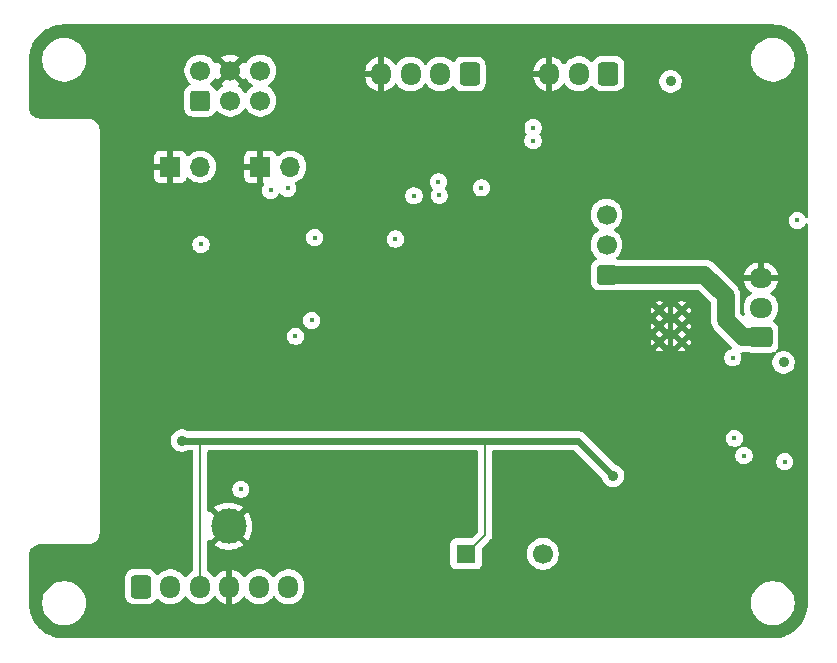
<source format=gbr>
%TF.GenerationSoftware,KiCad,Pcbnew,9.0.0-rc1*%
%TF.CreationDate,2025-03-28T12:21:10+01:00*%
%TF.ProjectId,Robobuoy-Top-Round-v2_0,526f626f-6275-46f7-992d-546f702d526f,rev?*%
%TF.SameCoordinates,Original*%
%TF.FileFunction,Copper,L3,Inr*%
%TF.FilePolarity,Positive*%
%FSLAX46Y46*%
G04 Gerber Fmt 4.6, Leading zero omitted, Abs format (unit mm)*
G04 Created by KiCad (PCBNEW 9.0.0-rc1) date 2025-03-28 12:21:10*
%MOMM*%
%LPD*%
G01*
G04 APERTURE LIST*
G04 Aperture macros list*
%AMRoundRect*
0 Rectangle with rounded corners*
0 $1 Rounding radius*
0 $2 $3 $4 $5 $6 $7 $8 $9 X,Y pos of 4 corners*
0 Add a 4 corners polygon primitive as box body*
4,1,4,$2,$3,$4,$5,$6,$7,$8,$9,$2,$3,0*
0 Add four circle primitives for the rounded corners*
1,1,$1+$1,$2,$3*
1,1,$1+$1,$4,$5*
1,1,$1+$1,$6,$7*
1,1,$1+$1,$8,$9*
0 Add four rect primitives between the rounded corners*
20,1,$1+$1,$2,$3,$4,$5,0*
20,1,$1+$1,$4,$5,$6,$7,0*
20,1,$1+$1,$6,$7,$8,$9,0*
20,1,$1+$1,$8,$9,$2,$3,0*%
G04 Aperture macros list end*
%TA.AperFunction,ComponentPad*%
%ADD10RoundRect,0.250000X0.600000X-0.600000X0.600000X0.600000X-0.600000X0.600000X-0.600000X-0.600000X0*%
%TD*%
%TA.AperFunction,ComponentPad*%
%ADD11C,1.700000*%
%TD*%
%TA.AperFunction,ComponentPad*%
%ADD12C,3.000000*%
%TD*%
%TA.AperFunction,ComponentPad*%
%ADD13R,1.700000X1.700000*%
%TD*%
%TA.AperFunction,ComponentPad*%
%ADD14O,1.700000X1.700000*%
%TD*%
%TA.AperFunction,ComponentPad*%
%ADD15R,1.650000X1.650000*%
%TD*%
%TA.AperFunction,ComponentPad*%
%ADD16RoundRect,0.250000X-0.600000X-0.725000X0.600000X-0.725000X0.600000X0.725000X-0.600000X0.725000X0*%
%TD*%
%TA.AperFunction,ComponentPad*%
%ADD17O,1.700000X1.950000*%
%TD*%
%TA.AperFunction,ComponentPad*%
%ADD18RoundRect,0.250000X0.725000X-0.600000X0.725000X0.600000X-0.725000X0.600000X-0.725000X-0.600000X0*%
%TD*%
%TA.AperFunction,ComponentPad*%
%ADD19O,1.950000X1.700000*%
%TD*%
%TA.AperFunction,ComponentPad*%
%ADD20RoundRect,0.250000X0.600000X0.725000X-0.600000X0.725000X-0.600000X-0.725000X0.600000X-0.725000X0*%
%TD*%
%TA.AperFunction,ComponentPad*%
%ADD21RoundRect,0.206250X0.618750X-0.618750X0.618750X0.618750X-0.618750X0.618750X-0.618750X-0.618750X0*%
%TD*%
%TA.AperFunction,HeatsinkPad*%
%ADD22C,0.500000*%
%TD*%
%TA.AperFunction,ViaPad*%
%ADD23C,0.450000*%
%TD*%
%TA.AperFunction,ViaPad*%
%ADD24C,0.900000*%
%TD*%
%TA.AperFunction,ViaPad*%
%ADD25C,0.600000*%
%TD*%
%TA.AperFunction,Conductor*%
%ADD26C,0.200000*%
%TD*%
%TA.AperFunction,Conductor*%
%ADD27C,0.600000*%
%TD*%
%TA.AperFunction,Conductor*%
%ADD28C,1.500000*%
%TD*%
G04 APERTURE END LIST*
D10*
%TO.N,EN*%
%TO.C,J101*%
X-13467000Y17535500D03*
D11*
%TO.N,+3.3V*%
X-13467000Y20075500D03*
%TO.N,TX*%
X-10927000Y17535500D03*
%TO.N,GND*%
X-10927000Y20075500D03*
%TO.N,RX*%
X-8387000Y17535500D03*
%TO.N,DR0*%
X-8387000Y20075500D03*
%TD*%
D12*
%TO.N,GND*%
%TO.C,TP203*%
X-11049000Y-18491200D03*
%TD*%
D13*
%TO.N,GND*%
%TO.C,SW101*%
X-8382000Y11938000D03*
D14*
%TO.N,DR0*%
X-5842000Y11938000D03*
%TD*%
D13*
%TO.N,GND*%
%TO.C,SW102*%
X-16007000Y11938000D03*
D14*
%TO.N,EN*%
X-13467000Y11938000D03*
%TD*%
D15*
%TO.N,+3.3V*%
%TO.C,BZ101*%
X9038000Y-20828000D03*
D11*
%TO.N,Net-(BZ101--)*%
X15538000Y-20828000D03*
%TD*%
D16*
%TO.N,Net-(J103-Pin_1)*%
%TO.C,J103*%
X-18502000Y-23622000D03*
D17*
%TO.N,Net-(J103-Pin_2)*%
X-16002000Y-23622000D03*
%TO.N,+3.3V*%
X-13502000Y-23622000D03*
%TO.N,GND*%
X-11002000Y-23622000D03*
%TO.N,/CPU/ON*%
X-8502000Y-23622000D03*
%TO.N,Net-(J103-Pin_6)*%
X-6002000Y-23622000D03*
%TD*%
D18*
%TO.N,Vbatt*%
%TO.C,J201*%
X34000000Y-2500000D03*
D19*
%TO.N,/CPU/COM*%
X34000000Y0D03*
%TO.N,GND*%
X34000000Y2500000D03*
%TD*%
D20*
%TO.N,/CPU/TX_GPS*%
%TO.C,J104*%
X9338000Y19795000D03*
D17*
%TO.N,/CPU/RX_GPS*%
X6838000Y19795000D03*
%TO.N,+3.3V*%
X4338000Y19795000D03*
%TO.N,GND*%
X1838000Y19795000D03*
%TD*%
D21*
%TO.N,Vbatt*%
%TO.C,SW201*%
X20924000Y2794000D03*
D11*
%TO.N,Net-(R205-Pad1)*%
X20924000Y5334000D03*
%TO.N,unconnected-(SW201-Pad3)*%
X20924000Y7874000D03*
%TD*%
D22*
%TO.N,GND*%
%TO.C,U201*%
X27300000Y-2912000D03*
X27300000Y-1562000D03*
X27300000Y-212000D03*
X25400000Y-2912000D03*
X25400000Y-1562000D03*
X25400000Y-212000D03*
%TD*%
D20*
%TO.N,Net-(D201-A)*%
%TO.C,J202*%
X21082000Y19812000D03*
D17*
%TO.N,Net-(D203-A)*%
X18582000Y19812000D03*
%TO.N,GND*%
X16082000Y19812000D03*
%TD*%
D23*
%TO.N,/CPU/COM*%
X-10033000Y-15367000D03*
X31750000Y-11049000D03*
%TO.N,+3.3V*%
X14705468Y14143068D03*
D24*
X21488400Y-14224000D03*
D23*
X14706600Y15245000D03*
D24*
X26350000Y19166800D03*
X-15036800Y-11252200D03*
X35915600Y-4622800D03*
%TO.N,GND*%
X-15341600Y-3276600D03*
X-10464800Y-3302000D03*
D23*
X-14605000Y-18491200D03*
X-20066000Y14097000D03*
D25*
X18288000Y6731000D03*
X20955000Y-7239000D03*
D24*
X-20243800Y-7340600D03*
D23*
X-10896600Y-13436600D03*
D24*
X-15341600Y1600200D03*
D25*
X970000Y-6604000D03*
X970000Y-9448800D03*
D24*
X-1016000Y-5715000D03*
D25*
X32004000Y-5207000D03*
X2970000Y-6654800D03*
X18999200Y-14173200D03*
D24*
X-20243000Y7493800D03*
D23*
X28600400Y22479000D03*
X29032200Y-18872200D03*
D25*
X25654000Y-15113000D03*
X16002000Y-13208000D03*
D24*
X-3962400Y-5715000D03*
D25*
X5715000Y-12319000D03*
X-20447000Y-13639800D03*
X12446000Y-13159000D03*
X-17043400Y-13106400D03*
D23*
X-18846800Y-18567400D03*
D25*
X22860000Y-8382000D03*
D24*
X-20243000Y10006800D03*
X-12898000Y-860000D03*
D25*
X19177000Y-286000D03*
X18161000Y-6096000D03*
X14986000Y9779000D03*
X14986000Y6350000D03*
D24*
X-10490200Y1625600D03*
D25*
X9144000Y-13159000D03*
D24*
X-20612100Y-9944100D03*
D25*
X1524000Y-15748000D03*
D23*
X6121400Y15519400D03*
D25*
X1016000Y9652000D03*
D23*
X2743200Y-21564600D03*
%TO.N,EN*%
X-13411200Y5359400D03*
%TO.N,/CPU/Vsamp*%
X10325100Y10147300D03*
X-4038600Y-1066800D03*
%TO.N,Net-(D105-DOUT)*%
X36017200Y-13030200D03*
X37084000Y7391400D03*
%TO.N,/CPU/TX_GPS*%
X-7518400Y9931400D03*
%TO.N,/CPU/RX_GPS*%
X-6070600Y10109200D03*
%TO.N,/CPU/VbatEn*%
X-5410200Y-2413000D03*
X6680200Y10668000D03*
%TO.N,/CPU/RADIO_1*%
X-3784600Y5943600D03*
X4622800Y9474200D03*
%TO.N,/CPU/RADIO_2*%
X3048000Y5816600D03*
X6756400Y9525000D03*
%TO.N,/CPU/ON*%
X31623000Y-4241800D03*
%TO.N,Net-(J103-Pin_6)*%
X32562800Y-12522200D03*
%TD*%
D26*
%TO.N,+3.3V*%
X9038000Y-20828000D02*
X10642600Y-19223400D01*
D27*
X21488400Y-14224000D02*
X18516600Y-11252200D01*
D26*
X-13502000Y-23622000D02*
X-13462000Y-23582000D01*
X10642600Y-19223400D02*
X10642600Y-11252200D01*
D27*
X10642600Y-11252200D02*
X-12776200Y-11252200D01*
D26*
X-13462000Y-11252200D02*
X-12776200Y-11252200D01*
D27*
X18516600Y-11252200D02*
X10642600Y-11252200D01*
X-12776200Y-11252200D02*
X-15036800Y-11252200D01*
D26*
X-13462000Y-23582000D02*
X-13462000Y-11252200D01*
D28*
%TO.N,Vbatt*%
X29206000Y2794000D02*
X20924000Y2794000D01*
X31000000Y1000000D02*
X29206000Y2794000D01*
X31000000Y-1000000D02*
X31000000Y1000000D01*
X32500000Y-2500000D02*
X31000000Y-1000000D01*
X34000000Y-2500000D02*
X32500000Y-2500000D01*
%TD*%
%TA.AperFunction,Conductor*%
%TO.N,GND*%
G36*
X-9811730Y19313783D02*
G01*
X-9811730Y19313784D01*
X-9772378Y19367945D01*
X-9767768Y19376993D01*
X-9719795Y19427791D01*
X-9651975Y19444588D01*
X-9585839Y19422053D01*
X-9546796Y19376996D01*
X-9542051Y19367683D01*
X-9417110Y19195714D01*
X-9266787Y19045391D01*
X-9094818Y18920450D01*
X-9086054Y18915984D01*
X-9035258Y18868009D01*
X-9018464Y18800188D01*
X-9041002Y18734053D01*
X-9086054Y18695016D01*
X-9094818Y18690551D01*
X-9266787Y18565610D01*
X-9417110Y18415287D01*
X-9542051Y18243318D01*
X-9546516Y18234554D01*
X-9594491Y18183758D01*
X-9662312Y18166964D01*
X-9728447Y18189502D01*
X-9767484Y18234554D01*
X-9771950Y18243318D01*
X-9896891Y18415287D01*
X-10047214Y18565610D01*
X-10219183Y18690551D01*
X-10228496Y18695296D01*
X-10279293Y18743270D01*
X-10296088Y18811091D01*
X-10273551Y18877226D01*
X-10228493Y18916268D01*
X-10219445Y18920878D01*
X-10165284Y18960230D01*
X-10165283Y18960230D01*
X-10797592Y19592538D01*
X-10734007Y19609575D01*
X-10619993Y19675401D01*
X-10526901Y19768493D01*
X-10461075Y19882507D01*
X-10444038Y19946092D01*
X-9811730Y19313783D01*
G37*
%TD.AperFunction*%
%TA.AperFunction,Conductor*%
G36*
X-11392925Y19882507D02*
G01*
X-11327099Y19768493D01*
X-11234007Y19675401D01*
X-11119993Y19609575D01*
X-11056410Y19592538D01*
X-11688718Y18960231D01*
X-11688718Y18960230D01*
X-11634548Y18920874D01*
X-11634549Y18920874D01*
X-11625505Y18916266D01*
X-11574708Y18868292D01*
X-11557913Y18800471D01*
X-11580450Y18734336D01*
X-11625501Y18695298D01*
X-11634818Y18690551D01*
X-11806787Y18565610D01*
X-11957106Y18415291D01*
X-11957115Y18415281D01*
X-11960670Y18410387D01*
X-12016003Y18367725D01*
X-12085617Y18361752D01*
X-12147409Y18394363D01*
X-12178688Y18444277D01*
X-12182185Y18454830D01*
X-12182186Y18454834D01*
X-12274288Y18604156D01*
X-12398344Y18728212D01*
X-12515495Y18800471D01*
X-12547664Y18820313D01*
X-12547675Y18820318D01*
X-12558227Y18823814D01*
X-12615672Y18863587D01*
X-12642494Y18928103D01*
X-12630178Y18996879D01*
X-12592097Y19041844D01*
X-12587212Y19045393D01*
X-12587212Y19045394D01*
X-12587208Y19045396D01*
X-12436896Y19195708D01*
X-12436894Y19195712D01*
X-12436891Y19195714D01*
X-12351110Y19313783D01*
X-12311949Y19367684D01*
X-12307207Y19376992D01*
X-12259237Y19427789D01*
X-12191417Y19444589D01*
X-12125281Y19422055D01*
X-12086237Y19377000D01*
X-12081627Y19367953D01*
X-12042272Y19313784D01*
X-11409963Y19946092D01*
X-11392925Y19882507D01*
G37*
%TD.AperFunction*%
%TA.AperFunction,Conductor*%
G36*
X35003243Y23989331D02*
G01*
X35306001Y23973463D01*
X35318909Y23972106D01*
X35615133Y23925189D01*
X35627817Y23922494D01*
X35917536Y23844864D01*
X35929874Y23840854D01*
X36209875Y23733372D01*
X36221718Y23728100D01*
X36488977Y23591925D01*
X36500183Y23585455D01*
X36751741Y23422091D01*
X36762231Y23414469D01*
X36995319Y23225718D01*
X37004964Y23217033D01*
X37217032Y23004965D01*
X37225717Y22995320D01*
X37414468Y22762232D01*
X37422093Y22751738D01*
X37585450Y22500190D01*
X37591927Y22488971D01*
X37727577Y22222744D01*
X37728094Y22221729D01*
X37733373Y22209871D01*
X37840853Y21929874D01*
X37844864Y21917531D01*
X37922491Y21627824D01*
X37925189Y21615128D01*
X37972105Y21318910D01*
X37973462Y21306002D01*
X37989330Y21003244D01*
X37989500Y20996754D01*
X37989500Y7724541D01*
X37969815Y7657502D01*
X37917011Y7611747D01*
X37847853Y7601803D01*
X37784297Y7630828D01*
X37750939Y7677088D01*
X37726930Y7735051D01*
X37726925Y7735060D01*
X37647532Y7853879D01*
X37647529Y7853883D01*
X37546482Y7954930D01*
X37546478Y7954933D01*
X37427659Y8034326D01*
X37427650Y8034331D01*
X37295620Y8089019D01*
X37295614Y8089021D01*
X37155457Y8116900D01*
X37155455Y8116900D01*
X37012545Y8116900D01*
X37012543Y8116900D01*
X36872385Y8089021D01*
X36872379Y8089019D01*
X36740349Y8034331D01*
X36740340Y8034326D01*
X36621521Y7954933D01*
X36621517Y7954930D01*
X36520470Y7853883D01*
X36520467Y7853879D01*
X36441074Y7735060D01*
X36441069Y7735051D01*
X36386381Y7603021D01*
X36386379Y7603015D01*
X36358500Y7462858D01*
X36358500Y7462855D01*
X36358500Y7319945D01*
X36358500Y7319943D01*
X36358499Y7319943D01*
X36386379Y7179786D01*
X36386381Y7179780D01*
X36441069Y7047750D01*
X36441074Y7047741D01*
X36520467Y6928922D01*
X36520470Y6928918D01*
X36621517Y6827871D01*
X36621521Y6827868D01*
X36740340Y6748475D01*
X36740346Y6748472D01*
X36740347Y6748471D01*
X36872380Y6693781D01*
X36872384Y6693781D01*
X36872385Y6693780D01*
X37012542Y6665900D01*
X37012545Y6665900D01*
X37155457Y6665900D01*
X37249751Y6684658D01*
X37295620Y6693781D01*
X37427653Y6748471D01*
X37546479Y6827868D01*
X37647532Y6928921D01*
X37726929Y7047747D01*
X37750939Y7105712D01*
X37794779Y7160116D01*
X37861073Y7182181D01*
X37928773Y7164902D01*
X37976384Y7113765D01*
X37989500Y7058260D01*
X37989500Y-24996753D01*
X37989330Y-25003243D01*
X37973462Y-25306001D01*
X37972105Y-25318909D01*
X37925189Y-25615127D01*
X37922491Y-25627823D01*
X37844864Y-25917530D01*
X37840853Y-25929873D01*
X37733373Y-26209870D01*
X37728094Y-26221728D01*
X37591931Y-26488964D01*
X37585445Y-26500197D01*
X37479573Y-26663226D01*
X37422097Y-26751731D01*
X37414468Y-26762231D01*
X37225717Y-26995319D01*
X37217032Y-27004964D01*
X37004964Y-27217032D01*
X36995319Y-27225717D01*
X36762231Y-27414468D01*
X36751731Y-27422097D01*
X36500197Y-27585445D01*
X36488964Y-27591931D01*
X36221728Y-27728094D01*
X36209870Y-27733373D01*
X35929873Y-27840853D01*
X35917530Y-27844864D01*
X35627823Y-27922491D01*
X35615127Y-27925189D01*
X35318909Y-27972105D01*
X35306001Y-27973462D01*
X35003244Y-27989330D01*
X34996754Y-27989500D01*
X-24996754Y-27989500D01*
X-25003244Y-27989330D01*
X-25306002Y-27973462D01*
X-25318910Y-27972105D01*
X-25615128Y-27925189D01*
X-25627824Y-27922491D01*
X-25917531Y-27844864D01*
X-25929874Y-27840853D01*
X-26209871Y-27733373D01*
X-26221729Y-27728094D01*
X-26488971Y-27591927D01*
X-26500190Y-27585450D01*
X-26751738Y-27422093D01*
X-26762232Y-27414468D01*
X-26995320Y-27225717D01*
X-27004965Y-27217032D01*
X-27217033Y-27004964D01*
X-27225718Y-26995319D01*
X-27414469Y-26762231D01*
X-27422091Y-26751741D01*
X-27585455Y-26500183D01*
X-27591925Y-26488977D01*
X-27728100Y-26221718D01*
X-27733374Y-26209870D01*
X-27840854Y-25929873D01*
X-27844865Y-25917530D01*
X-27870941Y-25820214D01*
X-27922494Y-25627817D01*
X-27925190Y-25615127D01*
X-27928204Y-25596100D01*
X-27972106Y-25318909D01*
X-27973463Y-25306001D01*
X-27989330Y-25003243D01*
X-27989500Y-24996753D01*
X-27989500Y-24878711D01*
X-26850500Y-24878711D01*
X-26850500Y-25121288D01*
X-26818839Y-25361785D01*
X-26756053Y-25596104D01*
X-26679779Y-25780244D01*
X-26663224Y-25820212D01*
X-26541936Y-26030289D01*
X-26541934Y-26030292D01*
X-26541933Y-26030293D01*
X-26394267Y-26222736D01*
X-26394261Y-26222743D01*
X-26222744Y-26394260D01*
X-26222738Y-26394265D01*
X-26030289Y-26541936D01*
X-25820212Y-26663224D01*
X-25596100Y-26756054D01*
X-25361789Y-26818838D01*
X-25181414Y-26842584D01*
X-25121289Y-26850500D01*
X-25121288Y-26850500D01*
X-24878711Y-26850500D01*
X-24830612Y-26844167D01*
X-24638211Y-26818838D01*
X-24403900Y-26756054D01*
X-24179788Y-26663224D01*
X-23969711Y-26541936D01*
X-23777262Y-26394265D01*
X-23605735Y-26222738D01*
X-23458064Y-26030289D01*
X-23336776Y-25820212D01*
X-23243946Y-25596100D01*
X-23181162Y-25361789D01*
X-23149500Y-25121288D01*
X-23149500Y-24878712D01*
X-23181162Y-24638211D01*
X-23243946Y-24403900D01*
X-23336776Y-24179788D01*
X-23458064Y-23969711D01*
X-23605735Y-23777262D01*
X-23605740Y-23777256D01*
X-23777257Y-23605739D01*
X-23777264Y-23605733D01*
X-23969707Y-23458067D01*
X-23969708Y-23458066D01*
X-23969711Y-23458064D01*
X-24179788Y-23336776D01*
X-24179795Y-23336773D01*
X-24403896Y-23243947D01*
X-24638215Y-23181161D01*
X-24878711Y-23149500D01*
X-24878712Y-23149500D01*
X-25121288Y-23149500D01*
X-25121289Y-23149500D01*
X-25361786Y-23181161D01*
X-25596105Y-23243947D01*
X-25820206Y-23336773D01*
X-25820215Y-23336777D01*
X-26030294Y-23458067D01*
X-26222737Y-23605733D01*
X-26222744Y-23605739D01*
X-26394261Y-23777256D01*
X-26394267Y-23777263D01*
X-26541933Y-23969706D01*
X-26663223Y-24179785D01*
X-26663227Y-24179794D01*
X-26756053Y-24403895D01*
X-26818839Y-24638214D01*
X-26850500Y-24878711D01*
X-27989500Y-24878711D01*
X-27989500Y-22846983D01*
X-19852500Y-22846983D01*
X-19852500Y-24397001D01*
X-19852499Y-24397018D01*
X-19842000Y-24499796D01*
X-19841999Y-24499799D01*
X-19796133Y-24638211D01*
X-19786814Y-24666334D01*
X-19694712Y-24815656D01*
X-19570656Y-24939712D01*
X-19421334Y-25031814D01*
X-19254797Y-25086999D01*
X-19152009Y-25097500D01*
X-17851992Y-25097499D01*
X-17749203Y-25086999D01*
X-17582666Y-25031814D01*
X-17433344Y-24939712D01*
X-17309288Y-24815656D01*
X-17217186Y-24666334D01*
X-17217186Y-24666331D01*
X-17213822Y-24660879D01*
X-17161874Y-24614154D01*
X-17092912Y-24602931D01*
X-17028830Y-24630774D01*
X-17020602Y-24638294D01*
X-16881787Y-24777109D01*
X-16709821Y-24902048D01*
X-16709819Y-24902049D01*
X-16709816Y-24902051D01*
X-16520412Y-24998557D01*
X-16318243Y-25064246D01*
X-16108287Y-25097500D01*
X-16108286Y-25097500D01*
X-15895714Y-25097500D01*
X-15895713Y-25097500D01*
X-15685757Y-25064246D01*
X-15483588Y-24998557D01*
X-15294184Y-24902051D01*
X-15262059Y-24878711D01*
X-15122214Y-24777109D01*
X-15122212Y-24777106D01*
X-15122208Y-24777104D01*
X-14971896Y-24626792D01*
X-14852317Y-24462204D01*
X-14796989Y-24419540D01*
X-14727376Y-24413561D01*
X-14665580Y-24446166D01*
X-14651687Y-24462199D01*
X-14549440Y-24602931D01*
X-14532104Y-24626792D01*
X-14381787Y-24777109D01*
X-14209821Y-24902048D01*
X-14209819Y-24902049D01*
X-14209816Y-24902051D01*
X-14020412Y-24998557D01*
X-13818243Y-25064246D01*
X-13608287Y-25097500D01*
X-13608286Y-25097500D01*
X-13395714Y-25097500D01*
X-13395713Y-25097500D01*
X-13185757Y-25064246D01*
X-12983588Y-24998557D01*
X-12794184Y-24902051D01*
X-12762059Y-24878711D01*
X-12622214Y-24777109D01*
X-12622212Y-24777106D01*
X-12622208Y-24777104D01*
X-12471896Y-24626792D01*
X-12352009Y-24461779D01*
X-12296680Y-24419115D01*
X-12227067Y-24413136D01*
X-12165271Y-24445741D01*
X-12151373Y-24461781D01*
X-12031728Y-24626459D01*
X-12031724Y-24626464D01*
X-11881465Y-24776723D01*
X-11881460Y-24776727D01*
X-11709558Y-24901620D01*
X-11520218Y-24998095D01*
X-11318129Y-25063757D01*
X-11252000Y-25074231D01*
X-11252000Y-24026145D01*
X-11185343Y-24064630D01*
X-11064535Y-24097000D01*
X-10939465Y-24097000D01*
X-10818657Y-24064630D01*
X-10752000Y-24026145D01*
X-10752000Y-25074230D01*
X-10685874Y-25063757D01*
X-10685871Y-25063757D01*
X-10483783Y-24998095D01*
X-10294443Y-24901620D01*
X-10122541Y-24776727D01*
X-10122536Y-24776723D01*
X-9972279Y-24626466D01*
X-9852629Y-24461781D01*
X-9797299Y-24419115D01*
X-9727686Y-24413136D01*
X-9665890Y-24445741D01*
X-9651992Y-24461781D01*
X-9532110Y-24626785D01*
X-9532106Y-24626790D01*
X-9381787Y-24777109D01*
X-9209821Y-24902048D01*
X-9209819Y-24902049D01*
X-9209816Y-24902051D01*
X-9020412Y-24998557D01*
X-8818243Y-25064246D01*
X-8608287Y-25097500D01*
X-8608286Y-25097500D01*
X-8395714Y-25097500D01*
X-8395713Y-25097500D01*
X-8185757Y-25064246D01*
X-7983588Y-24998557D01*
X-7794184Y-24902051D01*
X-7762059Y-24878711D01*
X-7622214Y-24777109D01*
X-7622212Y-24777106D01*
X-7622208Y-24777104D01*
X-7471896Y-24626792D01*
X-7352317Y-24462204D01*
X-7296989Y-24419540D01*
X-7227376Y-24413561D01*
X-7165580Y-24446166D01*
X-7151687Y-24462199D01*
X-7049440Y-24602931D01*
X-7032104Y-24626792D01*
X-6881787Y-24777109D01*
X-6709821Y-24902048D01*
X-6709819Y-24902049D01*
X-6709816Y-24902051D01*
X-6520412Y-24998557D01*
X-6318243Y-25064246D01*
X-6108287Y-25097500D01*
X-6108286Y-25097500D01*
X-5895714Y-25097500D01*
X-5895713Y-25097500D01*
X-5685757Y-25064246D01*
X-5483588Y-24998557D01*
X-5294184Y-24902051D01*
X-5262059Y-24878711D01*
X33149500Y-24878711D01*
X33149500Y-25121288D01*
X33181161Y-25361785D01*
X33243947Y-25596104D01*
X33320221Y-25780244D01*
X33336776Y-25820212D01*
X33458064Y-26030289D01*
X33458066Y-26030292D01*
X33458067Y-26030293D01*
X33605733Y-26222736D01*
X33605739Y-26222743D01*
X33777256Y-26394260D01*
X33777262Y-26394265D01*
X33969711Y-26541936D01*
X34179788Y-26663224D01*
X34403900Y-26756054D01*
X34638211Y-26818838D01*
X34818586Y-26842584D01*
X34878711Y-26850500D01*
X34878712Y-26850500D01*
X35121289Y-26850500D01*
X35169388Y-26844167D01*
X35361789Y-26818838D01*
X35596100Y-26756054D01*
X35820212Y-26663224D01*
X36030289Y-26541936D01*
X36222738Y-26394265D01*
X36394265Y-26222738D01*
X36541936Y-26030289D01*
X36663224Y-25820212D01*
X36756054Y-25596100D01*
X36818838Y-25361789D01*
X36850500Y-25121288D01*
X36850500Y-24878712D01*
X36818838Y-24638211D01*
X36756054Y-24403900D01*
X36663224Y-24179788D01*
X36541936Y-23969711D01*
X36394265Y-23777262D01*
X36394260Y-23777256D01*
X36222743Y-23605739D01*
X36222736Y-23605733D01*
X36030293Y-23458067D01*
X36030292Y-23458066D01*
X36030289Y-23458064D01*
X35820212Y-23336776D01*
X35820205Y-23336773D01*
X35596104Y-23243947D01*
X35361785Y-23181161D01*
X35121289Y-23149500D01*
X35121288Y-23149500D01*
X34878712Y-23149500D01*
X34878711Y-23149500D01*
X34638214Y-23181161D01*
X34403895Y-23243947D01*
X34179794Y-23336773D01*
X34179785Y-23336777D01*
X33969706Y-23458067D01*
X33777263Y-23605733D01*
X33777256Y-23605739D01*
X33605739Y-23777256D01*
X33605733Y-23777263D01*
X33458067Y-23969706D01*
X33336777Y-24179785D01*
X33336773Y-24179794D01*
X33243947Y-24403895D01*
X33181161Y-24638214D01*
X33149500Y-24878711D01*
X-5262059Y-24878711D01*
X-5122208Y-24777104D01*
X-4971896Y-24626792D01*
X-4971894Y-24626788D01*
X-4971891Y-24626786D01*
X-4846952Y-24454820D01*
X-4846953Y-24454820D01*
X-4846949Y-24454816D01*
X-4750443Y-24265412D01*
X-4684754Y-24063243D01*
X-4651500Y-23853287D01*
X-4651500Y-23390713D01*
X-4684754Y-23180757D01*
X-4750443Y-22978588D01*
X-4846949Y-22789184D01*
X-4846951Y-22789181D01*
X-4846952Y-22789179D01*
X-4971891Y-22617213D01*
X-5122214Y-22466890D01*
X-5294180Y-22341951D01*
X-5483586Y-22245444D01*
X-5483587Y-22245443D01*
X-5483588Y-22245443D01*
X-5685757Y-22179754D01*
X-5685759Y-22179753D01*
X-5685760Y-22179753D01*
X-5851530Y-22153498D01*
X-5895713Y-22146500D01*
X-6108287Y-22146500D01*
X-6152470Y-22153498D01*
X-6318240Y-22179753D01*
X-6520415Y-22245444D01*
X-6709821Y-22341951D01*
X-6881787Y-22466890D01*
X-7032106Y-22617209D01*
X-7032110Y-22617214D01*
X-7151682Y-22781793D01*
X-7207011Y-22824459D01*
X-7276625Y-22830438D01*
X-7338420Y-22797833D01*
X-7352318Y-22781793D01*
X-7471891Y-22617214D01*
X-7471895Y-22617209D01*
X-7622214Y-22466890D01*
X-7794180Y-22341951D01*
X-7983586Y-22245444D01*
X-7983587Y-22245443D01*
X-7983588Y-22245443D01*
X-8185757Y-22179754D01*
X-8185759Y-22179753D01*
X-8185760Y-22179753D01*
X-8351530Y-22153498D01*
X-8395713Y-22146500D01*
X-8608287Y-22146500D01*
X-8652470Y-22153498D01*
X-8818240Y-22179753D01*
X-9020415Y-22245444D01*
X-9209821Y-22341951D01*
X-9381787Y-22466890D01*
X-9532106Y-22617209D01*
X-9532110Y-22617214D01*
X-9651992Y-22782218D01*
X-9707322Y-22824884D01*
X-9776935Y-22830863D01*
X-9838730Y-22798257D01*
X-9852628Y-22782218D01*
X-9972273Y-22617540D01*
X-9972277Y-22617535D01*
X-10122536Y-22467276D01*
X-10122541Y-22467272D01*
X-10294443Y-22342379D01*
X-10483785Y-22245903D01*
X-10685876Y-22180241D01*
X-10752000Y-22169768D01*
X-10752000Y-23217854D01*
X-10818657Y-23179370D01*
X-10939465Y-23147000D01*
X-11064535Y-23147000D01*
X-11185343Y-23179370D01*
X-11252000Y-23217854D01*
X-11252000Y-22169768D01*
X-11252001Y-22169768D01*
X-11318125Y-22180241D01*
X-11520216Y-22245903D01*
X-11709558Y-22342379D01*
X-11881460Y-22467272D01*
X-11881465Y-22467276D01*
X-12031724Y-22617535D01*
X-12031728Y-22617540D01*
X-12151373Y-22782218D01*
X-12206703Y-22824884D01*
X-12276316Y-22830863D01*
X-12338111Y-22798257D01*
X-12352009Y-22782218D01*
X-12471891Y-22617214D01*
X-12471895Y-22617209D01*
X-12622214Y-22466890D01*
X-12794185Y-22341948D01*
X-12798336Y-22339404D01*
X-12797738Y-22338426D01*
X-12844595Y-22294165D01*
X-12861500Y-22231662D01*
X-12861500Y-19779753D01*
X-12841815Y-19712714D01*
X-12789011Y-19666959D01*
X-12719853Y-19657015D01*
X-12656297Y-19686040D01*
X-12639124Y-19704267D01*
X-12628920Y-19717565D01*
X-11726579Y-18815224D01*
X-11713641Y-18846458D01*
X-11631563Y-18969297D01*
X-11527097Y-19073763D01*
X-11404258Y-19155841D01*
X-11373026Y-19168777D01*
X-12275367Y-20071117D01*
X-12275367Y-20071118D01*
X-12162525Y-20157705D01*
X-12162517Y-20157711D01*
X-11935483Y-20288790D01*
X-11935472Y-20288795D01*
X-11693256Y-20389124D01*
X-11440021Y-20456977D01*
X-11440010Y-20456979D01*
X-11180095Y-20491199D01*
X-11180080Y-20491200D01*
X-10917920Y-20491200D01*
X-10917906Y-20491199D01*
X-10657991Y-20456979D01*
X-10657980Y-20456977D01*
X-10404745Y-20389124D01*
X-10162529Y-20288795D01*
X-10162518Y-20288790D01*
X-9935484Y-20157711D01*
X-9935466Y-20157699D01*
X-9822635Y-20071119D01*
X-9822635Y-20071117D01*
X-10724975Y-19168778D01*
X-10693742Y-19155841D01*
X-10570903Y-19073763D01*
X-10466437Y-18969297D01*
X-10384359Y-18846458D01*
X-10371423Y-18815225D01*
X-9469083Y-19717565D01*
X-9469081Y-19717565D01*
X-9382501Y-19604734D01*
X-9382489Y-19604716D01*
X-9251410Y-19377682D01*
X-9251405Y-19377671D01*
X-9151076Y-19135455D01*
X-9083223Y-18882220D01*
X-9083221Y-18882209D01*
X-9049001Y-18622294D01*
X-9049000Y-18622280D01*
X-9049000Y-18360119D01*
X-9049001Y-18360105D01*
X-9083221Y-18100190D01*
X-9083223Y-18100179D01*
X-9151076Y-17846944D01*
X-9251405Y-17604728D01*
X-9251410Y-17604717D01*
X-9382489Y-17377683D01*
X-9382495Y-17377675D01*
X-9469082Y-17264833D01*
X-9469083Y-17264833D01*
X-10371423Y-18167173D01*
X-10384359Y-18135942D01*
X-10466437Y-18013103D01*
X-10570903Y-17908637D01*
X-10693742Y-17826559D01*
X-10724977Y-17813621D01*
X-9822635Y-16911280D01*
X-9935476Y-16824694D01*
X-9935484Y-16824688D01*
X-10162518Y-16693609D01*
X-10162529Y-16693604D01*
X-10404745Y-16593275D01*
X-10657980Y-16525422D01*
X-10657991Y-16525420D01*
X-10917906Y-16491200D01*
X-11180095Y-16491200D01*
X-11440010Y-16525420D01*
X-11440021Y-16525422D01*
X-11693256Y-16593275D01*
X-11935472Y-16693604D01*
X-11935483Y-16693609D01*
X-12162529Y-16824696D01*
X-12275367Y-16911279D01*
X-12275367Y-16911280D01*
X-11373026Y-17813621D01*
X-11404258Y-17826559D01*
X-11527097Y-17908637D01*
X-11631563Y-18013103D01*
X-11713641Y-18135942D01*
X-11726579Y-18167174D01*
X-12628920Y-17264833D01*
X-12628922Y-17264833D01*
X-12639124Y-17278130D01*
X-12663338Y-17295810D01*
X-12685989Y-17315438D01*
X-12691255Y-17316195D01*
X-12695552Y-17319333D01*
X-12725476Y-17321115D01*
X-12755147Y-17325382D01*
X-12759988Y-17323171D01*
X-12765298Y-17323488D01*
X-12791434Y-17308810D01*
X-12818703Y-17296357D01*
X-12821580Y-17291880D01*
X-12826218Y-17289276D01*
X-12840269Y-17262800D01*
X-12856477Y-17237579D01*
X-12857527Y-17230280D01*
X-12858971Y-17227558D01*
X-12861500Y-17202644D01*
X-12861500Y-15438457D01*
X-10758501Y-15438457D01*
X-10730621Y-15578614D01*
X-10730619Y-15578620D01*
X-10675931Y-15710650D01*
X-10675926Y-15710659D01*
X-10596533Y-15829478D01*
X-10596530Y-15829482D01*
X-10495483Y-15930529D01*
X-10495479Y-15930532D01*
X-10376660Y-16009925D01*
X-10376654Y-16009928D01*
X-10376653Y-16009929D01*
X-10244620Y-16064619D01*
X-10244616Y-16064619D01*
X-10244615Y-16064620D01*
X-10104458Y-16092500D01*
X-10104455Y-16092500D01*
X-9961543Y-16092500D01*
X-9867249Y-16073742D01*
X-9821380Y-16064619D01*
X-9689347Y-16009929D01*
X-9570521Y-15930532D01*
X-9469468Y-15829479D01*
X-9390071Y-15710653D01*
X-9335381Y-15578620D01*
X-9307500Y-15438455D01*
X-9307500Y-15295545D01*
X-9307500Y-15295542D01*
X-9335380Y-15155385D01*
X-9335381Y-15155384D01*
X-9335381Y-15155380D01*
X-9390071Y-15023347D01*
X-9390072Y-15023346D01*
X-9390075Y-15023340D01*
X-9469468Y-14904521D01*
X-9469471Y-14904517D01*
X-9570518Y-14803470D01*
X-9570522Y-14803467D01*
X-9689341Y-14724074D01*
X-9689350Y-14724069D01*
X-9821380Y-14669381D01*
X-9821386Y-14669379D01*
X-9961543Y-14641500D01*
X-9961545Y-14641500D01*
X-10104455Y-14641500D01*
X-10104457Y-14641500D01*
X-10244615Y-14669379D01*
X-10244621Y-14669381D01*
X-10376651Y-14724069D01*
X-10376660Y-14724074D01*
X-10495479Y-14803467D01*
X-10495483Y-14803470D01*
X-10596530Y-14904517D01*
X-10596533Y-14904521D01*
X-10675926Y-15023340D01*
X-10675931Y-15023349D01*
X-10730619Y-15155379D01*
X-10730621Y-15155385D01*
X-10758500Y-15295542D01*
X-10758500Y-15295545D01*
X-10758500Y-15438455D01*
X-10758500Y-15438457D01*
X-10758501Y-15438457D01*
X-12861500Y-15438457D01*
X-12861500Y-12176700D01*
X-12841815Y-12109661D01*
X-12789011Y-12063906D01*
X-12737500Y-12052700D01*
X9918100Y-12052700D01*
X9985139Y-12072385D01*
X10030894Y-12125189D01*
X10042100Y-12176700D01*
X10042100Y-18923302D01*
X10022415Y-18990341D01*
X10005781Y-19010983D01*
X9550583Y-19466181D01*
X9489260Y-19499666D01*
X9462902Y-19502500D01*
X8165129Y-19502500D01*
X8165123Y-19502501D01*
X8105516Y-19508908D01*
X7970671Y-19559202D01*
X7970664Y-19559206D01*
X7855455Y-19645452D01*
X7855452Y-19645455D01*
X7769206Y-19760664D01*
X7769202Y-19760671D01*
X7718908Y-19895517D01*
X7712501Y-19955116D01*
X7712500Y-19955135D01*
X7712500Y-21700870D01*
X7712501Y-21700876D01*
X7718908Y-21760483D01*
X7769202Y-21895328D01*
X7769206Y-21895335D01*
X7855452Y-22010544D01*
X7855455Y-22010547D01*
X7970664Y-22096793D01*
X7970671Y-22096797D01*
X8105517Y-22147091D01*
X8105516Y-22147091D01*
X8112444Y-22147835D01*
X8165127Y-22153500D01*
X9910872Y-22153499D01*
X9970483Y-22147091D01*
X10105331Y-22096796D01*
X10220546Y-22010546D01*
X10306796Y-21895331D01*
X10357091Y-21760483D01*
X10363500Y-21700873D01*
X10363499Y-20721713D01*
X14187500Y-20721713D01*
X14187500Y-20934286D01*
X14220753Y-21144239D01*
X14286444Y-21346414D01*
X14382951Y-21535820D01*
X14507890Y-21707786D01*
X14658213Y-21858109D01*
X14830179Y-21983048D01*
X14830181Y-21983049D01*
X14830184Y-21983051D01*
X15019588Y-22079557D01*
X15221757Y-22145246D01*
X15431713Y-22178500D01*
X15431714Y-22178500D01*
X15644286Y-22178500D01*
X15644287Y-22178500D01*
X15854243Y-22145246D01*
X16056412Y-22079557D01*
X16245816Y-21983051D01*
X16366548Y-21895335D01*
X16417786Y-21858109D01*
X16417788Y-21858106D01*
X16417792Y-21858104D01*
X16568104Y-21707792D01*
X16568106Y-21707788D01*
X16568109Y-21707786D01*
X16693048Y-21535820D01*
X16693047Y-21535820D01*
X16693051Y-21535816D01*
X16789557Y-21346412D01*
X16855246Y-21144243D01*
X16888500Y-20934287D01*
X16888500Y-20721713D01*
X16855246Y-20511757D01*
X16789557Y-20309588D01*
X16693051Y-20120184D01*
X16693049Y-20120181D01*
X16693048Y-20120179D01*
X16568109Y-19948213D01*
X16417786Y-19797890D01*
X16245820Y-19672951D01*
X16056414Y-19576444D01*
X16056413Y-19576443D01*
X16056412Y-19576443D01*
X15854243Y-19510754D01*
X15854241Y-19510753D01*
X15854240Y-19510753D01*
X15692957Y-19485208D01*
X15644287Y-19477500D01*
X15431713Y-19477500D01*
X15383042Y-19485208D01*
X15221760Y-19510753D01*
X15019585Y-19576444D01*
X14830179Y-19672951D01*
X14658213Y-19797890D01*
X14507890Y-19948213D01*
X14382951Y-20120179D01*
X14286444Y-20309585D01*
X14220753Y-20511760D01*
X14187500Y-20721713D01*
X10363499Y-20721713D01*
X10363499Y-20403095D01*
X10383184Y-20336057D01*
X10399813Y-20315420D01*
X11001106Y-19714128D01*
X11001111Y-19714124D01*
X11011314Y-19703920D01*
X11011316Y-19703920D01*
X11123120Y-19592116D01*
X11132169Y-19576443D01*
X11189292Y-19477503D01*
X11189293Y-19477501D01*
X11195828Y-19466181D01*
X11202177Y-19455185D01*
X11243100Y-19302457D01*
X11243100Y-19144343D01*
X11243100Y-12176700D01*
X11262785Y-12109661D01*
X11315589Y-12063906D01*
X11367100Y-12052700D01*
X18133660Y-12052700D01*
X18200699Y-12072385D01*
X18221341Y-12089019D01*
X20533142Y-14400820D01*
X20566627Y-14462143D01*
X20567078Y-14464309D01*
X20574425Y-14501244D01*
X20574427Y-14501251D01*
X20646076Y-14674228D01*
X20646081Y-14674237D01*
X20750097Y-14829907D01*
X20750100Y-14829911D01*
X20882488Y-14962299D01*
X20882492Y-14962302D01*
X21038162Y-15066318D01*
X21038168Y-15066321D01*
X21038169Y-15066322D01*
X21211149Y-15137973D01*
X21394779Y-15174499D01*
X21394783Y-15174500D01*
X21394784Y-15174500D01*
X21582017Y-15174500D01*
X21582018Y-15174499D01*
X21765651Y-15137973D01*
X21938631Y-15066322D01*
X22094308Y-14962302D01*
X22226702Y-14829908D01*
X22330722Y-14674231D01*
X22402373Y-14501251D01*
X22438900Y-14317616D01*
X22438900Y-14130384D01*
X22402373Y-13946749D01*
X22330722Y-13773769D01*
X22330721Y-13773768D01*
X22330718Y-13773762D01*
X22226702Y-13618092D01*
X22226699Y-13618088D01*
X22094311Y-13485700D01*
X22094307Y-13485697D01*
X21938637Y-13381681D01*
X21938628Y-13381676D01*
X21765651Y-13310027D01*
X21728710Y-13302679D01*
X21666800Y-13270295D01*
X21665221Y-13268743D01*
X19516936Y-11120457D01*
X31024499Y-11120457D01*
X31052379Y-11260614D01*
X31052381Y-11260620D01*
X31107069Y-11392650D01*
X31107074Y-11392659D01*
X31186467Y-11511478D01*
X31186470Y-11511482D01*
X31287517Y-11612529D01*
X31287521Y-11612532D01*
X31406340Y-11691925D01*
X31406346Y-11691928D01*
X31406347Y-11691929D01*
X31538380Y-11746619D01*
X31538384Y-11746619D01*
X31538385Y-11746620D01*
X31678542Y-11774500D01*
X31678545Y-11774500D01*
X31821457Y-11774500D01*
X31918401Y-11755216D01*
X31961620Y-11746619D01*
X31998336Y-11731410D01*
X32067803Y-11723942D01*
X32130282Y-11755216D01*
X32165935Y-11815305D01*
X32163442Y-11885130D01*
X32123594Y-11942523D01*
X32114680Y-11949073D01*
X32100319Y-11958668D01*
X31999270Y-12059717D01*
X31999267Y-12059721D01*
X31919874Y-12178540D01*
X31919869Y-12178549D01*
X31865181Y-12310579D01*
X31865179Y-12310585D01*
X31837300Y-12450742D01*
X31837300Y-12450745D01*
X31837300Y-12593655D01*
X31837300Y-12593657D01*
X31837299Y-12593657D01*
X31865179Y-12733814D01*
X31865181Y-12733820D01*
X31919869Y-12865850D01*
X31919874Y-12865859D01*
X31999267Y-12984678D01*
X31999270Y-12984682D01*
X32100317Y-13085729D01*
X32100321Y-13085732D01*
X32219140Y-13165125D01*
X32219146Y-13165128D01*
X32219147Y-13165129D01*
X32351180Y-13219819D01*
X32351184Y-13219819D01*
X32351185Y-13219820D01*
X32491342Y-13247700D01*
X32491345Y-13247700D01*
X32634257Y-13247700D01*
X32728551Y-13228942D01*
X32774420Y-13219819D01*
X32906453Y-13165129D01*
X33001446Y-13101657D01*
X35291699Y-13101657D01*
X35319579Y-13241814D01*
X35319581Y-13241820D01*
X35374269Y-13373850D01*
X35374274Y-13373859D01*
X35453667Y-13492678D01*
X35453670Y-13492682D01*
X35554717Y-13593729D01*
X35554721Y-13593732D01*
X35673540Y-13673125D01*
X35673546Y-13673128D01*
X35673547Y-13673129D01*
X35805580Y-13727819D01*
X35805584Y-13727819D01*
X35805585Y-13727820D01*
X35945742Y-13755700D01*
X35945745Y-13755700D01*
X36088657Y-13755700D01*
X36182951Y-13736942D01*
X36228820Y-13727819D01*
X36360853Y-13673129D01*
X36479679Y-13593732D01*
X36580732Y-13492679D01*
X36660129Y-13373853D01*
X36714819Y-13241820D01*
X36742700Y-13101655D01*
X36742700Y-12958745D01*
X36742700Y-12958742D01*
X36714820Y-12818585D01*
X36714819Y-12818584D01*
X36714819Y-12818580D01*
X36660129Y-12686547D01*
X36660128Y-12686546D01*
X36660125Y-12686540D01*
X36580732Y-12567721D01*
X36580729Y-12567717D01*
X36479682Y-12466670D01*
X36479678Y-12466667D01*
X36360859Y-12387274D01*
X36360850Y-12387269D01*
X36228820Y-12332581D01*
X36228814Y-12332579D01*
X36088657Y-12304700D01*
X36088655Y-12304700D01*
X35945745Y-12304700D01*
X35945743Y-12304700D01*
X35805585Y-12332579D01*
X35805579Y-12332581D01*
X35673549Y-12387269D01*
X35673540Y-12387274D01*
X35554721Y-12466667D01*
X35554717Y-12466670D01*
X35453670Y-12567717D01*
X35453667Y-12567721D01*
X35374274Y-12686540D01*
X35374269Y-12686549D01*
X35319581Y-12818579D01*
X35319579Y-12818585D01*
X35291700Y-12958742D01*
X35291700Y-12958745D01*
X35291700Y-13101655D01*
X35291700Y-13101657D01*
X35291699Y-13101657D01*
X33001446Y-13101657D01*
X33025279Y-13085732D01*
X33126332Y-12984679D01*
X33205729Y-12865853D01*
X33260419Y-12733820D01*
X33288300Y-12593655D01*
X33288300Y-12450745D01*
X33288300Y-12450742D01*
X33260420Y-12310585D01*
X33260419Y-12310584D01*
X33260419Y-12310580D01*
X33205729Y-12178547D01*
X33205728Y-12178546D01*
X33205725Y-12178540D01*
X33126332Y-12059721D01*
X33126329Y-12059717D01*
X33025282Y-11958670D01*
X33025278Y-11958667D01*
X32906459Y-11879274D01*
X32906450Y-11879269D01*
X32774420Y-11824581D01*
X32774414Y-11824579D01*
X32634257Y-11796700D01*
X32634255Y-11796700D01*
X32491345Y-11796700D01*
X32491343Y-11796700D01*
X32351185Y-11824579D01*
X32351175Y-11824582D01*
X32314462Y-11839789D01*
X32244993Y-11847256D01*
X32182514Y-11815980D01*
X32146863Y-11755890D01*
X32149358Y-11686065D01*
X32189208Y-11628674D01*
X32198109Y-11622133D01*
X32212479Y-11612532D01*
X32313532Y-11511479D01*
X32392929Y-11392653D01*
X32447619Y-11260620D01*
X32475500Y-11120455D01*
X32475500Y-10977545D01*
X32475500Y-10977542D01*
X32447620Y-10837385D01*
X32447619Y-10837384D01*
X32447619Y-10837380D01*
X32392929Y-10705347D01*
X32392928Y-10705346D01*
X32392925Y-10705340D01*
X32313532Y-10586521D01*
X32313529Y-10586517D01*
X32212482Y-10485470D01*
X32212478Y-10485467D01*
X32093659Y-10406074D01*
X32093650Y-10406069D01*
X31961620Y-10351381D01*
X31961614Y-10351379D01*
X31821457Y-10323500D01*
X31821455Y-10323500D01*
X31678545Y-10323500D01*
X31678543Y-10323500D01*
X31538385Y-10351379D01*
X31538379Y-10351381D01*
X31406349Y-10406069D01*
X31406340Y-10406074D01*
X31287521Y-10485467D01*
X31287517Y-10485470D01*
X31186470Y-10586517D01*
X31186467Y-10586521D01*
X31107074Y-10705340D01*
X31107069Y-10705349D01*
X31052381Y-10837379D01*
X31052379Y-10837385D01*
X31024500Y-10977542D01*
X31024500Y-10977545D01*
X31024500Y-11120455D01*
X31024500Y-11120457D01*
X31024499Y-11120457D01*
X19516936Y-11120457D01*
X19455613Y-11059134D01*
X19026892Y-10630413D01*
X19026888Y-10630410D01*
X18895785Y-10542809D01*
X18895772Y-10542802D01*
X18750101Y-10482464D01*
X18750089Y-10482461D01*
X18595445Y-10451700D01*
X18595442Y-10451700D01*
X10721442Y-10451700D01*
X-12697358Y-10451700D01*
X-14486363Y-10451700D01*
X-14553402Y-10432015D01*
X-14555255Y-10430801D01*
X-14586561Y-10409882D01*
X-14586572Y-10409876D01*
X-14759549Y-10338227D01*
X-14759557Y-10338225D01*
X-14943180Y-10301700D01*
X-14943184Y-10301700D01*
X-15130416Y-10301700D01*
X-15130421Y-10301700D01*
X-15314044Y-10338225D01*
X-15314052Y-10338227D01*
X-15487029Y-10409876D01*
X-15487038Y-10409881D01*
X-15642708Y-10513897D01*
X-15642712Y-10513900D01*
X-15775100Y-10646288D01*
X-15775103Y-10646292D01*
X-15879119Y-10801962D01*
X-15879124Y-10801971D01*
X-15950773Y-10974948D01*
X-15950775Y-10974956D01*
X-15987300Y-11158579D01*
X-15987300Y-11345820D01*
X-15950775Y-11529443D01*
X-15950773Y-11529451D01*
X-15879124Y-11702428D01*
X-15879119Y-11702437D01*
X-15775103Y-11858107D01*
X-15775100Y-11858111D01*
X-15642712Y-11990499D01*
X-15642708Y-11990502D01*
X-15487038Y-12094518D01*
X-15487032Y-12094521D01*
X-15487031Y-12094522D01*
X-15314051Y-12166173D01*
X-15130421Y-12202699D01*
X-15130417Y-12202700D01*
X-15130416Y-12202700D01*
X-14943183Y-12202700D01*
X-14943182Y-12202699D01*
X-14759549Y-12166173D01*
X-14586569Y-12094522D01*
X-14586564Y-12094518D01*
X-14586561Y-12094517D01*
X-14555255Y-12073599D01*
X-14488578Y-12052720D01*
X-14486363Y-12052700D01*
X-14186500Y-12052700D01*
X-14119461Y-12072385D01*
X-14073706Y-12125189D01*
X-14062500Y-12176700D01*
X-14062500Y-22190899D01*
X-14082185Y-22257938D01*
X-14130204Y-22301383D01*
X-14209818Y-22341949D01*
X-14381787Y-22466890D01*
X-14532106Y-22617209D01*
X-14532110Y-22617214D01*
X-14651682Y-22781793D01*
X-14707011Y-22824459D01*
X-14776625Y-22830438D01*
X-14838420Y-22797833D01*
X-14852318Y-22781793D01*
X-14971891Y-22617214D01*
X-14971895Y-22617209D01*
X-15122214Y-22466890D01*
X-15294180Y-22341951D01*
X-15483586Y-22245444D01*
X-15483587Y-22245443D01*
X-15483588Y-22245443D01*
X-15685757Y-22179754D01*
X-15685759Y-22179753D01*
X-15685760Y-22179753D01*
X-15851530Y-22153498D01*
X-15895713Y-22146500D01*
X-16108287Y-22146500D01*
X-16152470Y-22153498D01*
X-16318240Y-22179753D01*
X-16520415Y-22245444D01*
X-16709821Y-22341951D01*
X-16881785Y-22466889D01*
X-17020602Y-22605706D01*
X-17081925Y-22639190D01*
X-17151617Y-22634206D01*
X-17207550Y-22592334D01*
X-17213822Y-22583120D01*
X-17309288Y-22428344D01*
X-17433343Y-22304289D01*
X-17433344Y-22304288D01*
X-17582666Y-22212186D01*
X-17749203Y-22157001D01*
X-17749205Y-22157000D01*
X-17851990Y-22146500D01*
X-19152002Y-22146500D01*
X-19152019Y-22146501D01*
X-19254797Y-22157000D01*
X-19254800Y-22157001D01*
X-19421332Y-22212185D01*
X-19421337Y-22212187D01*
X-19570658Y-22304289D01*
X-19694711Y-22428342D01*
X-19786813Y-22577663D01*
X-19786815Y-22577668D01*
X-19791675Y-22592334D01*
X-19841999Y-22744203D01*
X-19841999Y-22744204D01*
X-19842000Y-22744204D01*
X-19852500Y-22846983D01*
X-27989500Y-22846983D01*
X-27989500Y-21005412D01*
X-27989028Y-20994605D01*
X-27975413Y-20838983D01*
X-27971662Y-20817704D01*
X-27932633Y-20672044D01*
X-27925241Y-20651738D01*
X-27861518Y-20515084D01*
X-27850711Y-20496366D01*
X-27764221Y-20372845D01*
X-27750333Y-20356293D01*
X-27643707Y-20249667D01*
X-27627155Y-20235779D01*
X-27503634Y-20149289D01*
X-27484919Y-20138483D01*
X-27348260Y-20074758D01*
X-27327956Y-20067367D01*
X-27182296Y-20028338D01*
X-27161022Y-20024587D01*
X-27005395Y-20010971D01*
X-26994588Y-20010500D01*
X-22911597Y-20010500D01*
X-22911593Y-20010500D01*
X-22737464Y-19979797D01*
X-22571313Y-19919322D01*
X-22418187Y-19830915D01*
X-22282739Y-19717261D01*
X-22169085Y-19581813D01*
X-22080678Y-19428687D01*
X-22020203Y-19262536D01*
X-21989500Y-19088407D01*
X-21989500Y-19000000D01*
X-21989500Y-18996588D01*
X-21989500Y-3589577D01*
X25075975Y-3589577D01*
X25181236Y-3633178D01*
X25181240Y-3633179D01*
X25326126Y-3661999D01*
X25326129Y-3662000D01*
X25473871Y-3662000D01*
X25473873Y-3661999D01*
X25618760Y-3633179D01*
X25618775Y-3633175D01*
X25724024Y-3589578D01*
X25724024Y-3589577D01*
X26975975Y-3589577D01*
X27081236Y-3633178D01*
X27081240Y-3633179D01*
X27226126Y-3661999D01*
X27226129Y-3662000D01*
X27373871Y-3662000D01*
X27373873Y-3661999D01*
X27518760Y-3633179D01*
X27518775Y-3633175D01*
X27624024Y-3589578D01*
X27624024Y-3589577D01*
X27300001Y-3265554D01*
X27300000Y-3265554D01*
X26975975Y-3589577D01*
X25724024Y-3589577D01*
X25400001Y-3265554D01*
X25400000Y-3265554D01*
X25075975Y-3589577D01*
X-21989500Y-3589577D01*
X-21989500Y-2484457D01*
X-6135701Y-2484457D01*
X-6107821Y-2624614D01*
X-6107819Y-2624620D01*
X-6053131Y-2756650D01*
X-6053126Y-2756659D01*
X-5973733Y-2875478D01*
X-5973730Y-2875482D01*
X-5872683Y-2976529D01*
X-5872679Y-2976532D01*
X-5753860Y-3055925D01*
X-5753854Y-3055928D01*
X-5753853Y-3055929D01*
X-5621820Y-3110619D01*
X-5621816Y-3110619D01*
X-5621815Y-3110620D01*
X-5481658Y-3138500D01*
X-5481655Y-3138500D01*
X-5338743Y-3138500D01*
X-5244449Y-3119742D01*
X-5198580Y-3110619D01*
X-5066547Y-3055929D01*
X-4947721Y-2976532D01*
X-4846668Y-2875479D01*
X-4821710Y-2838126D01*
X24650000Y-2838126D01*
X24650000Y-2985873D01*
X24678820Y-3130759D01*
X24678822Y-3130767D01*
X24722421Y-3236024D01*
X25046446Y-2912000D01*
X25046446Y-2911999D01*
X25026556Y-2892109D01*
X25300000Y-2892109D01*
X25300000Y-2931891D01*
X25315224Y-2968645D01*
X25343355Y-2996776D01*
X25380109Y-3012000D01*
X25419891Y-3012000D01*
X25456645Y-2996776D01*
X25484776Y-2968645D01*
X25500000Y-2931891D01*
X25500000Y-2911999D01*
X25753554Y-2911999D01*
X25753554Y-2912001D01*
X26077577Y-3236024D01*
X26077578Y-3236024D01*
X26121175Y-3130775D01*
X26121179Y-3130760D01*
X26149999Y-2985873D01*
X26150000Y-2985871D01*
X26150000Y-2838128D01*
X26149999Y-2838126D01*
X26550000Y-2838126D01*
X26550000Y-2985873D01*
X26578820Y-3130759D01*
X26578822Y-3130767D01*
X26622421Y-3236024D01*
X26946446Y-2912000D01*
X26946446Y-2911999D01*
X26926556Y-2892109D01*
X27200000Y-2892109D01*
X27200000Y-2931891D01*
X27215224Y-2968645D01*
X27243355Y-2996776D01*
X27280109Y-3012000D01*
X27319891Y-3012000D01*
X27356645Y-2996776D01*
X27384776Y-2968645D01*
X27400000Y-2931891D01*
X27400000Y-2911999D01*
X27653554Y-2911999D01*
X27653554Y-2912001D01*
X27977577Y-3236024D01*
X27977578Y-3236024D01*
X28021175Y-3130775D01*
X28021179Y-3130760D01*
X28049999Y-2985873D01*
X28050000Y-2985871D01*
X28050000Y-2838128D01*
X28049999Y-2838126D01*
X28021179Y-2693240D01*
X28021178Y-2693236D01*
X27977577Y-2587975D01*
X27653554Y-2911999D01*
X27400000Y-2911999D01*
X27400000Y-2892109D01*
X27384776Y-2855355D01*
X27356645Y-2827224D01*
X27319891Y-2812000D01*
X27280109Y-2812000D01*
X27243355Y-2827224D01*
X27215224Y-2855355D01*
X27200000Y-2892109D01*
X26926556Y-2892109D01*
X26622421Y-2587974D01*
X26622420Y-2587974D01*
X26578823Y-2693228D01*
X26578820Y-2693240D01*
X26550000Y-2838126D01*
X26149999Y-2838126D01*
X26121179Y-2693240D01*
X26121178Y-2693236D01*
X26077577Y-2587975D01*
X25753554Y-2911999D01*
X25500000Y-2911999D01*
X25500000Y-2892109D01*
X25484776Y-2855355D01*
X25456645Y-2827224D01*
X25419891Y-2812000D01*
X25380109Y-2812000D01*
X25343355Y-2827224D01*
X25315224Y-2855355D01*
X25300000Y-2892109D01*
X25026556Y-2892109D01*
X24722421Y-2587974D01*
X24722420Y-2587974D01*
X24678823Y-2693228D01*
X24678820Y-2693240D01*
X24650000Y-2838126D01*
X-4821710Y-2838126D01*
X-4804253Y-2812000D01*
X-4771610Y-2763148D01*
X-4767274Y-2756657D01*
X-4767271Y-2756653D01*
X-4712581Y-2624620D01*
X-4684700Y-2484455D01*
X-4684700Y-2341545D01*
X-4684700Y-2341542D01*
X-4705495Y-2237000D01*
X25078554Y-2237000D01*
X25400000Y-2558446D01*
X25721446Y-2237000D01*
X26978554Y-2237000D01*
X27300000Y-2558446D01*
X27621446Y-2237000D01*
X27300000Y-1915554D01*
X26978554Y-2237000D01*
X25721446Y-2237000D01*
X25400000Y-1915554D01*
X25078554Y-2237000D01*
X-4705495Y-2237000D01*
X-4710900Y-2209830D01*
X-4710901Y-2209828D01*
X-4712581Y-2201380D01*
X-4767271Y-2069347D01*
X-4767272Y-2069346D01*
X-4767275Y-2069340D01*
X-4846668Y-1950521D01*
X-4846671Y-1950517D01*
X-4947718Y-1849470D01*
X-4947722Y-1849467D01*
X-5066541Y-1770074D01*
X-5066550Y-1770069D01*
X-5198580Y-1715381D01*
X-5198586Y-1715379D01*
X-5338743Y-1687500D01*
X-5338745Y-1687500D01*
X-5481655Y-1687500D01*
X-5481657Y-1687500D01*
X-5621815Y-1715379D01*
X-5621821Y-1715381D01*
X-5753851Y-1770069D01*
X-5753860Y-1770074D01*
X-5872679Y-1849467D01*
X-5872683Y-1849470D01*
X-5973730Y-1950517D01*
X-5973733Y-1950521D01*
X-6053126Y-2069340D01*
X-6053131Y-2069349D01*
X-6107819Y-2201379D01*
X-6107821Y-2201385D01*
X-6135700Y-2341542D01*
X-6135700Y-2341545D01*
X-6135700Y-2484455D01*
X-6135700Y-2484457D01*
X-6135701Y-2484457D01*
X-21989500Y-2484457D01*
X-21989500Y-1138257D01*
X-4764101Y-1138257D01*
X-4736221Y-1278414D01*
X-4736219Y-1278420D01*
X-4681531Y-1410450D01*
X-4681526Y-1410459D01*
X-4602133Y-1529278D01*
X-4602130Y-1529282D01*
X-4501083Y-1630329D01*
X-4501079Y-1630332D01*
X-4382260Y-1709725D01*
X-4382254Y-1709728D01*
X-4382253Y-1709729D01*
X-4250220Y-1764419D01*
X-4250216Y-1764419D01*
X-4250215Y-1764420D01*
X-4110058Y-1792300D01*
X-4110055Y-1792300D01*
X-3967143Y-1792300D01*
X-3872849Y-1773542D01*
X-3826980Y-1764419D01*
X-3694947Y-1709729D01*
X-3576121Y-1630332D01*
X-3475068Y-1529279D01*
X-3447571Y-1488126D01*
X24650000Y-1488126D01*
X24650000Y-1635873D01*
X24678820Y-1780759D01*
X24678822Y-1780767D01*
X24722421Y-1886024D01*
X25046446Y-1562000D01*
X25046446Y-1561999D01*
X25026556Y-1542109D01*
X25300000Y-1542109D01*
X25300000Y-1581891D01*
X25315224Y-1618645D01*
X25343355Y-1646776D01*
X25380109Y-1662000D01*
X25419891Y-1662000D01*
X25456645Y-1646776D01*
X25484776Y-1618645D01*
X25500000Y-1581891D01*
X25500000Y-1561999D01*
X25753554Y-1561999D01*
X25753554Y-1562001D01*
X26077577Y-1886024D01*
X26077578Y-1886024D01*
X26121175Y-1780775D01*
X26121179Y-1780760D01*
X26149999Y-1635873D01*
X26150000Y-1635871D01*
X26150000Y-1488128D01*
X26149999Y-1488126D01*
X26550000Y-1488126D01*
X26550000Y-1635873D01*
X26578820Y-1780759D01*
X26578822Y-1780767D01*
X26622421Y-1886024D01*
X26946446Y-1562000D01*
X26946446Y-1561999D01*
X26926556Y-1542109D01*
X27200000Y-1542109D01*
X27200000Y-1581891D01*
X27215224Y-1618645D01*
X27243355Y-1646776D01*
X27280109Y-1662000D01*
X27319891Y-1662000D01*
X27356645Y-1646776D01*
X27384776Y-1618645D01*
X27400000Y-1581891D01*
X27400000Y-1561999D01*
X27653554Y-1561999D01*
X27653554Y-1562001D01*
X27977577Y-1886024D01*
X27977578Y-1886024D01*
X28021175Y-1780775D01*
X28021179Y-1780760D01*
X28049999Y-1635873D01*
X28050000Y-1635871D01*
X28050000Y-1488128D01*
X28049999Y-1488126D01*
X28021179Y-1343240D01*
X28021178Y-1343236D01*
X27977577Y-1237975D01*
X27653554Y-1561999D01*
X27400000Y-1561999D01*
X27400000Y-1542109D01*
X27384776Y-1505355D01*
X27356645Y-1477224D01*
X27319891Y-1462000D01*
X27280109Y-1462000D01*
X27243355Y-1477224D01*
X27215224Y-1505355D01*
X27200000Y-1542109D01*
X26926556Y-1542109D01*
X26622421Y-1237974D01*
X26622420Y-1237974D01*
X26578823Y-1343228D01*
X26578820Y-1343240D01*
X26550000Y-1488126D01*
X26149999Y-1488126D01*
X26121179Y-1343240D01*
X26121178Y-1343236D01*
X26077577Y-1237975D01*
X25753554Y-1561999D01*
X25500000Y-1561999D01*
X25500000Y-1542109D01*
X25484776Y-1505355D01*
X25456645Y-1477224D01*
X25419891Y-1462000D01*
X25380109Y-1462000D01*
X25343355Y-1477224D01*
X25315224Y-1505355D01*
X25300000Y-1542109D01*
X25026556Y-1542109D01*
X24722421Y-1237974D01*
X24722420Y-1237974D01*
X24678823Y-1343228D01*
X24678820Y-1343240D01*
X24650000Y-1488126D01*
X-3447571Y-1488126D01*
X-3438289Y-1474234D01*
X-3397471Y-1413148D01*
X-3395674Y-1410457D01*
X-3395671Y-1410453D01*
X-3340981Y-1278420D01*
X-3327017Y-1208218D01*
X-3313100Y-1138257D01*
X-3313100Y-995342D01*
X-3334651Y-887000D01*
X25078554Y-887000D01*
X25400000Y-1208446D01*
X25721446Y-887000D01*
X26978554Y-887000D01*
X27300000Y-1208446D01*
X27621446Y-887000D01*
X27300000Y-565554D01*
X26978554Y-887000D01*
X25721446Y-887000D01*
X25400000Y-565554D01*
X25078554Y-887000D01*
X-3334651Y-887000D01*
X-3340056Y-859830D01*
X-3340057Y-859827D01*
X-3340981Y-855180D01*
X-3395671Y-723147D01*
X-3395672Y-723146D01*
X-3395675Y-723140D01*
X-3475068Y-604321D01*
X-3475071Y-604317D01*
X-3576118Y-503270D01*
X-3576122Y-503267D01*
X-3694941Y-423874D01*
X-3694950Y-423869D01*
X-3826980Y-369181D01*
X-3826986Y-369179D01*
X-3967143Y-341300D01*
X-3967145Y-341300D01*
X-4110055Y-341300D01*
X-4110057Y-341300D01*
X-4250215Y-369179D01*
X-4250221Y-369181D01*
X-4382251Y-423869D01*
X-4382260Y-423874D01*
X-4501079Y-503267D01*
X-4501083Y-503270D01*
X-4602130Y-604317D01*
X-4602133Y-604321D01*
X-4681526Y-723140D01*
X-4681531Y-723149D01*
X-4736219Y-855179D01*
X-4736221Y-855185D01*
X-4764100Y-995342D01*
X-4764100Y-995345D01*
X-4764100Y-1138255D01*
X-4764100Y-1138257D01*
X-4764101Y-1138257D01*
X-21989500Y-1138257D01*
X-21989500Y-138126D01*
X24650000Y-138126D01*
X24650000Y-285873D01*
X24678820Y-430759D01*
X24678822Y-430767D01*
X24722421Y-536024D01*
X25046446Y-212000D01*
X25046446Y-211999D01*
X25026556Y-192109D01*
X25300000Y-192109D01*
X25300000Y-231891D01*
X25315224Y-268645D01*
X25343355Y-296776D01*
X25380109Y-312000D01*
X25419891Y-312000D01*
X25456645Y-296776D01*
X25484776Y-268645D01*
X25500000Y-231891D01*
X25500000Y-211999D01*
X25753554Y-211999D01*
X25753554Y-212001D01*
X26077577Y-536024D01*
X26077578Y-536024D01*
X26121175Y-430775D01*
X26121179Y-430760D01*
X26149999Y-285873D01*
X26150000Y-285871D01*
X26150000Y-138128D01*
X26149999Y-138126D01*
X26550000Y-138126D01*
X26550000Y-285873D01*
X26578820Y-430759D01*
X26578822Y-430767D01*
X26622421Y-536024D01*
X26946446Y-212000D01*
X26946446Y-211999D01*
X26926556Y-192109D01*
X27200000Y-192109D01*
X27200000Y-231891D01*
X27215224Y-268645D01*
X27243355Y-296776D01*
X27280109Y-312000D01*
X27319891Y-312000D01*
X27356645Y-296776D01*
X27384776Y-268645D01*
X27400000Y-231891D01*
X27400000Y-211999D01*
X27653554Y-211999D01*
X27653554Y-212001D01*
X27977577Y-536024D01*
X27977578Y-536024D01*
X28021175Y-430775D01*
X28021179Y-430760D01*
X28049999Y-285873D01*
X28050000Y-285871D01*
X28050000Y-138128D01*
X28049999Y-138126D01*
X28021179Y6760D01*
X28021178Y6764D01*
X27977577Y112025D01*
X27653554Y-211999D01*
X27400000Y-211999D01*
X27400000Y-192109D01*
X27384776Y-155355D01*
X27356645Y-127224D01*
X27319891Y-112000D01*
X27280109Y-112000D01*
X27243355Y-127224D01*
X27215224Y-155355D01*
X27200000Y-192109D01*
X26926556Y-192109D01*
X26622421Y112026D01*
X26622420Y112026D01*
X26578823Y6772D01*
X26578820Y6760D01*
X26550000Y-138126D01*
X26149999Y-138126D01*
X26121179Y6760D01*
X26121178Y6764D01*
X26077577Y112025D01*
X25753554Y-211999D01*
X25500000Y-211999D01*
X25500000Y-192109D01*
X25484776Y-155355D01*
X25456645Y-127224D01*
X25419891Y-112000D01*
X25380109Y-112000D01*
X25343355Y-127224D01*
X25315224Y-155355D01*
X25300000Y-192109D01*
X25026556Y-192109D01*
X24722421Y112026D01*
X24722420Y112026D01*
X24678823Y6772D01*
X24678820Y6760D01*
X24650000Y-138126D01*
X-21989500Y-138126D01*
X-21989500Y465580D01*
X25075974Y465580D01*
X25075974Y465579D01*
X25400000Y141554D01*
X25400001Y141554D01*
X25724024Y465579D01*
X25724022Y465580D01*
X26975974Y465580D01*
X26975974Y465579D01*
X27300000Y141554D01*
X27300001Y141554D01*
X27624024Y465579D01*
X27518767Y509178D01*
X27518759Y509180D01*
X27373872Y538000D01*
X27226128Y538000D01*
X27081240Y509180D01*
X27081228Y509177D01*
X26975974Y465580D01*
X25724022Y465580D01*
X25618767Y509178D01*
X25618759Y509180D01*
X25473872Y538000D01*
X25326128Y538000D01*
X25181240Y509180D01*
X25181228Y509177D01*
X25075974Y465580D01*
X-21989500Y465580D01*
X-21989500Y5287943D01*
X-14136701Y5287943D01*
X-14108821Y5147786D01*
X-14108819Y5147780D01*
X-14054131Y5015750D01*
X-14054126Y5015741D01*
X-13974733Y4896922D01*
X-13974730Y4896918D01*
X-13873683Y4795871D01*
X-13873679Y4795868D01*
X-13754860Y4716475D01*
X-13754854Y4716472D01*
X-13754853Y4716471D01*
X-13622820Y4661781D01*
X-13622816Y4661781D01*
X-13622815Y4661780D01*
X-13482658Y4633900D01*
X-13482655Y4633900D01*
X-13339743Y4633900D01*
X-13245449Y4652658D01*
X-13199580Y4661781D01*
X-13067547Y4716471D01*
X-12948721Y4795868D01*
X-12847668Y4896921D01*
X-12768271Y5015747D01*
X-12713581Y5147780D01*
X-12694047Y5245982D01*
X-12685700Y5287943D01*
X-12685700Y5430858D01*
X-12713580Y5571015D01*
X-12713581Y5571016D01*
X-12713581Y5571020D01*
X-12768271Y5703053D01*
X-12768272Y5703054D01*
X-12768275Y5703060D01*
X-12847668Y5821879D01*
X-12847671Y5821883D01*
X-12897931Y5872143D01*
X-4510101Y5872143D01*
X-4482221Y5731986D01*
X-4482219Y5731980D01*
X-4427531Y5599950D01*
X-4427526Y5599941D01*
X-4348133Y5481122D01*
X-4348130Y5481118D01*
X-4247083Y5380071D01*
X-4247079Y5380068D01*
X-4128260Y5300675D01*
X-4128254Y5300672D01*
X-4128253Y5300671D01*
X-3996220Y5245981D01*
X-3996216Y5245981D01*
X-3996215Y5245980D01*
X-3856058Y5218100D01*
X-3856055Y5218100D01*
X-3713143Y5218100D01*
X-3618849Y5236858D01*
X-3572980Y5245981D01*
X-3440947Y5300671D01*
X-3322121Y5380068D01*
X-3221068Y5481121D01*
X-3141671Y5599947D01*
X-3086981Y5731980D01*
X-3084363Y5745143D01*
X2322499Y5745143D01*
X2350379Y5604986D01*
X2350381Y5604980D01*
X2405069Y5472950D01*
X2405074Y5472941D01*
X2484467Y5354122D01*
X2484470Y5354118D01*
X2585517Y5253071D01*
X2585521Y5253068D01*
X2704340Y5173675D01*
X2704346Y5173672D01*
X2704347Y5173671D01*
X2836380Y5118981D01*
X2836384Y5118981D01*
X2836385Y5118980D01*
X2976542Y5091100D01*
X2976545Y5091100D01*
X3119457Y5091100D01*
X3213751Y5109858D01*
X3259620Y5118981D01*
X3391653Y5173671D01*
X3510479Y5253068D01*
X3611532Y5354121D01*
X3690929Y5472947D01*
X3745619Y5604980D01*
X3765129Y5703060D01*
X3773500Y5745143D01*
X3773500Y5888058D01*
X3745620Y6028215D01*
X3745619Y6028216D01*
X3745619Y6028220D01*
X3690929Y6160253D01*
X3690928Y6160254D01*
X3690925Y6160260D01*
X3611532Y6279079D01*
X3611529Y6279083D01*
X3510482Y6380130D01*
X3510478Y6380133D01*
X3391659Y6459526D01*
X3391650Y6459531D01*
X3259620Y6514219D01*
X3259614Y6514221D01*
X3119457Y6542100D01*
X3119455Y6542100D01*
X2976545Y6542100D01*
X2976543Y6542100D01*
X2836385Y6514221D01*
X2836379Y6514219D01*
X2704349Y6459531D01*
X2704340Y6459526D01*
X2585521Y6380133D01*
X2585517Y6380130D01*
X2484470Y6279083D01*
X2484467Y6279079D01*
X2405074Y6160260D01*
X2405069Y6160251D01*
X2350381Y6028221D01*
X2350379Y6028215D01*
X2322500Y5888058D01*
X2322500Y5888055D01*
X2322500Y5745145D01*
X2322500Y5745143D01*
X2322499Y5745143D01*
X-3084363Y5745143D01*
X-3063025Y5852412D01*
X-3059100Y5872143D01*
X-3059100Y6015058D01*
X-3086980Y6155215D01*
X-3086981Y6155216D01*
X-3086981Y6155220D01*
X-3141671Y6287253D01*
X-3141672Y6287254D01*
X-3141675Y6287260D01*
X-3221068Y6406079D01*
X-3221071Y6406083D01*
X-3322118Y6507130D01*
X-3322122Y6507133D01*
X-3440941Y6586526D01*
X-3440950Y6586531D01*
X-3572980Y6641219D01*
X-3572986Y6641221D01*
X-3713143Y6669100D01*
X-3713145Y6669100D01*
X-3856055Y6669100D01*
X-3856057Y6669100D01*
X-3996215Y6641221D01*
X-3996221Y6641219D01*
X-4128251Y6586531D01*
X-4128260Y6586526D01*
X-4247079Y6507133D01*
X-4247083Y6507130D01*
X-4348130Y6406083D01*
X-4348133Y6406079D01*
X-4427526Y6287260D01*
X-4427531Y6287251D01*
X-4482219Y6155221D01*
X-4482221Y6155215D01*
X-4510100Y6015058D01*
X-4510100Y6015055D01*
X-4510100Y5872145D01*
X-4510100Y5872143D01*
X-4510101Y5872143D01*
X-12897931Y5872143D01*
X-12948720Y5922932D01*
X-13067541Y6002326D01*
X-13067550Y6002331D01*
X-13199580Y6057019D01*
X-13199586Y6057021D01*
X-13339743Y6084900D01*
X-13339745Y6084900D01*
X-13482655Y6084900D01*
X-13482657Y6084900D01*
X-13622815Y6057021D01*
X-13622821Y6057019D01*
X-13754851Y6002331D01*
X-13754860Y6002326D01*
X-13873679Y5922933D01*
X-13873683Y5922930D01*
X-13974730Y5821883D01*
X-13974733Y5821879D01*
X-14054126Y5703060D01*
X-14054131Y5703051D01*
X-14108819Y5571021D01*
X-14108821Y5571015D01*
X-14136700Y5430858D01*
X-14136700Y5430855D01*
X-14136700Y5287945D01*
X-14136700Y5287943D01*
X-14136701Y5287943D01*
X-21989500Y5287943D01*
X-21989500Y7980287D01*
X19573500Y7980287D01*
X19573500Y7767714D01*
X19606753Y7557761D01*
X19672444Y7355586D01*
X19768951Y7166180D01*
X19893890Y6994214D01*
X20044213Y6843891D01*
X20216182Y6718950D01*
X20224946Y6714484D01*
X20275742Y6666509D01*
X20292536Y6598688D01*
X20269998Y6532553D01*
X20224946Y6493516D01*
X20216182Y6489051D01*
X20044213Y6364110D01*
X19893890Y6213787D01*
X19768951Y6041821D01*
X19672444Y5852415D01*
X19606753Y5650240D01*
X19573500Y5440287D01*
X19573500Y5227714D01*
X19595137Y5091100D01*
X19606754Y5017757D01*
X19646016Y4896921D01*
X19672444Y4815586D01*
X19768951Y4626180D01*
X19893890Y4454214D01*
X20044213Y4303891D01*
X20068032Y4286586D01*
X20110698Y4231257D01*
X20116677Y4161643D01*
X20084072Y4099848D01*
X20032038Y4067883D01*
X20013062Y4061970D01*
X19866179Y3973176D01*
X19744824Y3851821D01*
X19656031Y3704941D01*
X19604970Y3541078D01*
X19598500Y3469871D01*
X19598500Y2118120D01*
X19604969Y2046924D01*
X19604972Y2046913D01*
X19656029Y1883064D01*
X19656030Y1883062D01*
X19656031Y1883060D01*
X19744822Y1736183D01*
X19744824Y1736180D01*
X19866179Y1614825D01*
X19866181Y1614824D01*
X19866183Y1614822D01*
X20013060Y1526031D01*
X20176919Y1474971D01*
X20248127Y1468500D01*
X21599872Y1468501D01*
X21599879Y1468501D01*
X21671076Y1474970D01*
X21671079Y1474971D01*
X21671081Y1474971D01*
X21834940Y1526031D01*
X21834942Y1526033D01*
X21841779Y1529109D01*
X21842336Y1527872D01*
X21898405Y1543500D01*
X28636664Y1543500D01*
X28703703Y1523815D01*
X28724345Y1507181D01*
X29713181Y518345D01*
X29746666Y457022D01*
X29749500Y430664D01*
X29749500Y-1098422D01*
X29780290Y-1292826D01*
X29841117Y-1480030D01*
X29911746Y-1618645D01*
X29930476Y-1655405D01*
X30046172Y-1814646D01*
X30046174Y-1814648D01*
X31551220Y-3319694D01*
X31584705Y-3381017D01*
X31579721Y-3450709D01*
X31537849Y-3506642D01*
X31487732Y-3528992D01*
X31411384Y-3544179D01*
X31411379Y-3544181D01*
X31279349Y-3598869D01*
X31279340Y-3598874D01*
X31160521Y-3678267D01*
X31160517Y-3678270D01*
X31059470Y-3779317D01*
X31059467Y-3779321D01*
X30980074Y-3898140D01*
X30980069Y-3898149D01*
X30925381Y-4030179D01*
X30925379Y-4030185D01*
X30897500Y-4170342D01*
X30897500Y-4170345D01*
X30897500Y-4313255D01*
X30897500Y-4313257D01*
X30897499Y-4313257D01*
X30925379Y-4453414D01*
X30925381Y-4453420D01*
X30980069Y-4585450D01*
X30980074Y-4585459D01*
X31059467Y-4704278D01*
X31059470Y-4704282D01*
X31160517Y-4805329D01*
X31160521Y-4805332D01*
X31279340Y-4884725D01*
X31279346Y-4884728D01*
X31279347Y-4884729D01*
X31411380Y-4939419D01*
X31411384Y-4939419D01*
X31411385Y-4939420D01*
X31551542Y-4967300D01*
X31551545Y-4967300D01*
X31694457Y-4967300D01*
X31788751Y-4948542D01*
X31834620Y-4939419D01*
X31966653Y-4884729D01*
X32085479Y-4805332D01*
X32186532Y-4704279D01*
X32265929Y-4585453D01*
X32320619Y-4453420D01*
X32342076Y-4345549D01*
X32348500Y-4313257D01*
X32348500Y-4170342D01*
X32320620Y-4030185D01*
X32320619Y-4030184D01*
X32320619Y-4030180D01*
X32275574Y-3921434D01*
X32268106Y-3851966D01*
X32299381Y-3789486D01*
X32359470Y-3753834D01*
X32396711Y-3750636D01*
X32396711Y-3750500D01*
X32398303Y-3750500D01*
X32399875Y-3750365D01*
X32401577Y-3750499D01*
X32401583Y-3750500D01*
X32864868Y-3750500D01*
X32929963Y-3768960D01*
X32955666Y-3784814D01*
X33122203Y-3839999D01*
X33224991Y-3850500D01*
X34775008Y-3850499D01*
X34877797Y-3839999D01*
X35044334Y-3784814D01*
X35094032Y-3754160D01*
X35161421Y-3735720D01*
X35228085Y-3756642D01*
X35272855Y-3810283D01*
X35281517Y-3879614D01*
X35251321Y-3942622D01*
X35246809Y-3947380D01*
X35177297Y-4016892D01*
X35073281Y-4172562D01*
X35073276Y-4172571D01*
X35001627Y-4345548D01*
X35001625Y-4345556D01*
X34965100Y-4529179D01*
X34965100Y-4716420D01*
X35001625Y-4900043D01*
X35001627Y-4900051D01*
X35073276Y-5073028D01*
X35073281Y-5073037D01*
X35177297Y-5228707D01*
X35177300Y-5228711D01*
X35309688Y-5361099D01*
X35309692Y-5361102D01*
X35465362Y-5465118D01*
X35465368Y-5465121D01*
X35465369Y-5465122D01*
X35638349Y-5536773D01*
X35821979Y-5573299D01*
X35821983Y-5573300D01*
X35821984Y-5573300D01*
X36009217Y-5573300D01*
X36009218Y-5573299D01*
X36192851Y-5536773D01*
X36365831Y-5465122D01*
X36521508Y-5361102D01*
X36653902Y-5228708D01*
X36757922Y-5073031D01*
X36829573Y-4900051D01*
X36866100Y-4716416D01*
X36866100Y-4529184D01*
X36829573Y-4345549D01*
X36757922Y-4172569D01*
X36757921Y-4172568D01*
X36757918Y-4172562D01*
X36653902Y-4016892D01*
X36653899Y-4016888D01*
X36521511Y-3884500D01*
X36521507Y-3884497D01*
X36365837Y-3780481D01*
X36365828Y-3780476D01*
X36192851Y-3708827D01*
X36192843Y-3708825D01*
X36009220Y-3672300D01*
X36009216Y-3672300D01*
X35821984Y-3672300D01*
X35821979Y-3672300D01*
X35638356Y-3708825D01*
X35638348Y-3708827D01*
X35465371Y-3780476D01*
X35465359Y-3780483D01*
X35428831Y-3804890D01*
X35362153Y-3825767D01*
X35294774Y-3807281D01*
X35248084Y-3755302D01*
X35236909Y-3686332D01*
X35264796Y-3622268D01*
X35272251Y-3614116D01*
X35317712Y-3568656D01*
X35409814Y-3419334D01*
X35464999Y-3252797D01*
X35475500Y-3150009D01*
X35475499Y-1849992D01*
X35475445Y-1849468D01*
X35464999Y-1747203D01*
X35464998Y-1747200D01*
X35454454Y-1715381D01*
X35409814Y-1580666D01*
X35317712Y-1431344D01*
X35193656Y-1307288D01*
X35044334Y-1215186D01*
X35044333Y-1215185D01*
X35038878Y-1211821D01*
X34992154Y-1159873D01*
X34980931Y-1090910D01*
X35008775Y-1026828D01*
X35016272Y-1018623D01*
X35155104Y-879792D01*
X35280051Y-707816D01*
X35376557Y-518412D01*
X35442246Y-316243D01*
X35475500Y-106287D01*
X35475500Y106287D01*
X35442246Y316243D01*
X35376557Y518412D01*
X35280051Y707816D01*
X35280049Y707819D01*
X35280048Y707821D01*
X35155109Y879787D01*
X35004790Y1030106D01*
X35004785Y1030110D01*
X34839781Y1149992D01*
X34797115Y1205322D01*
X34791136Y1274935D01*
X34823741Y1336730D01*
X34839781Y1350629D01*
X35004466Y1470279D01*
X35154723Y1620536D01*
X35154727Y1620541D01*
X35279620Y1792443D01*
X35376095Y1981783D01*
X35441757Y2183871D01*
X35441757Y2183874D01*
X35452231Y2250000D01*
X34404146Y2250000D01*
X34442630Y2316657D01*
X34475000Y2437465D01*
X34475000Y2562535D01*
X34442630Y2683343D01*
X34404146Y2750000D01*
X35452231Y2750000D01*
X35441757Y2816127D01*
X35441757Y2816130D01*
X35376095Y3018218D01*
X35279620Y3207558D01*
X35154727Y3379460D01*
X35154723Y3379465D01*
X35004464Y3529724D01*
X35004459Y3529728D01*
X34832557Y3654621D01*
X34643217Y3751096D01*
X34441128Y3816758D01*
X34250000Y3847031D01*
X34250000Y2904146D01*
X34183343Y2942630D01*
X34062535Y2975000D01*
X33937465Y2975000D01*
X33816657Y2942630D01*
X33750000Y2904146D01*
X33750000Y3847031D01*
X33558872Y3816758D01*
X33558869Y3816758D01*
X33356782Y3751096D01*
X33167442Y3654621D01*
X32995540Y3529728D01*
X32995535Y3529724D01*
X32845276Y3379465D01*
X32845272Y3379460D01*
X32720379Y3207558D01*
X32623904Y3018218D01*
X32558242Y2816130D01*
X32558242Y2816127D01*
X32547769Y2750000D01*
X33595854Y2750000D01*
X33557370Y2683343D01*
X33525000Y2562535D01*
X33525000Y2437465D01*
X33557370Y2316657D01*
X33595854Y2250000D01*
X32547769Y2250000D01*
X32558242Y2183874D01*
X32558242Y2183871D01*
X32623904Y1981783D01*
X32720379Y1792443D01*
X32845272Y1620541D01*
X32845276Y1620536D01*
X32995535Y1470277D01*
X32995540Y1470273D01*
X33160218Y1350628D01*
X33202884Y1295299D01*
X33208863Y1225685D01*
X33176258Y1163890D01*
X33160218Y1149992D01*
X32995214Y1030110D01*
X32995209Y1030106D01*
X32844890Y879787D01*
X32719951Y707821D01*
X32623444Y518415D01*
X32557753Y316240D01*
X32524500Y106287D01*
X32524500Y-106286D01*
X32554670Y-296776D01*
X32557754Y-316243D01*
X32623421Y-518345D01*
X32624949Y-523046D01*
X32623563Y-523496D01*
X32630331Y-586494D01*
X32599051Y-648970D01*
X32538959Y-684618D01*
X32469134Y-682118D01*
X32420622Y-652148D01*
X32286819Y-518345D01*
X32253334Y-457022D01*
X32250500Y-430664D01*
X32250500Y1098423D01*
X32226245Y1251557D01*
X32219709Y1292826D01*
X32211774Y1317246D01*
X32160527Y1474970D01*
X32158886Y1480021D01*
X32158884Y1480027D01*
X32090202Y1614822D01*
X32069524Y1655405D01*
X31953828Y1814646D01*
X30020646Y3747828D01*
X29861405Y3863524D01*
X29686030Y3952883D01*
X29498826Y4013710D01*
X29304422Y4044500D01*
X29304417Y4044500D01*
X21898405Y4044500D01*
X21853345Y4052977D01*
X21843393Y4056859D01*
X21834940Y4061969D01*
X21811825Y4069172D01*
X21807792Y4070745D01*
X21783427Y4089557D01*
X21757815Y4106620D01*
X21756026Y4110714D01*
X21752489Y4113445D01*
X21742163Y4142441D01*
X21729840Y4170645D01*
X21730548Y4175058D01*
X21729050Y4179266D01*
X21736039Y4209239D01*
X21740921Y4239630D01*
X21743985Y4243316D01*
X21744917Y4247310D01*
X21757310Y4259340D01*
X21779969Y4286588D01*
X21803792Y4303896D01*
X21954104Y4454208D01*
X21954106Y4454212D01*
X21954109Y4454214D01*
X22079048Y4626180D01*
X22079047Y4626180D01*
X22079051Y4626184D01*
X22175557Y4815588D01*
X22241246Y5017757D01*
X22274500Y5227713D01*
X22274500Y5440287D01*
X22241246Y5650243D01*
X22175557Y5852412D01*
X22079051Y6041816D01*
X22079049Y6041819D01*
X22079048Y6041821D01*
X21954109Y6213787D01*
X21803786Y6364110D01*
X21631820Y6489049D01*
X21631115Y6489409D01*
X21623054Y6493515D01*
X21572259Y6541488D01*
X21555463Y6609308D01*
X21577999Y6675444D01*
X21623054Y6714485D01*
X21631816Y6718949D01*
X21653789Y6734914D01*
X21803786Y6843891D01*
X21803788Y6843894D01*
X21803792Y6843896D01*
X21954104Y6994208D01*
X21954106Y6994212D01*
X21954109Y6994214D01*
X22074642Y7160116D01*
X22079051Y7166184D01*
X22175557Y7355588D01*
X22241246Y7557757D01*
X22274500Y7767713D01*
X22274500Y7980287D01*
X22241246Y8190243D01*
X22175557Y8392412D01*
X22079051Y8581816D01*
X22079049Y8581819D01*
X22079048Y8581821D01*
X21954109Y8753787D01*
X21803786Y8904110D01*
X21631820Y9029049D01*
X21442414Y9125556D01*
X21442413Y9125557D01*
X21442412Y9125557D01*
X21240243Y9191246D01*
X21240241Y9191247D01*
X21240240Y9191247D01*
X21078957Y9216792D01*
X21030287Y9224500D01*
X20817713Y9224500D01*
X20769042Y9216792D01*
X20607760Y9191247D01*
X20405585Y9125556D01*
X20216179Y9029049D01*
X20044213Y8904110D01*
X19893890Y8753787D01*
X19768951Y8581821D01*
X19672444Y8392415D01*
X19606753Y8190240D01*
X19573500Y7980287D01*
X-21989500Y7980287D01*
X-21989500Y12835845D01*
X-17357000Y12835845D01*
X-17357000Y12188000D01*
X-16440012Y12188000D01*
X-16472925Y12130993D01*
X-16507000Y12003826D01*
X-16507000Y11872174D01*
X-16472925Y11745007D01*
X-16440012Y11688000D01*
X-17357000Y11688000D01*
X-17357000Y11040156D01*
X-17350599Y10980628D01*
X-17350597Y10980621D01*
X-17300355Y10845914D01*
X-17300351Y10845907D01*
X-17214191Y10730813D01*
X-17214188Y10730810D01*
X-17099094Y10644650D01*
X-17099087Y10644646D01*
X-16964380Y10594404D01*
X-16964373Y10594402D01*
X-16904845Y10588001D01*
X-16904828Y10588000D01*
X-16257000Y10588000D01*
X-16257000Y11504988D01*
X-16199993Y11472075D01*
X-16072826Y11438000D01*
X-15941174Y11438000D01*
X-15814007Y11472075D01*
X-15757000Y11504988D01*
X-15757000Y10588000D01*
X-15109172Y10588000D01*
X-15109156Y10588001D01*
X-15049628Y10594402D01*
X-15049621Y10594404D01*
X-14914914Y10644646D01*
X-14914907Y10644650D01*
X-14799813Y10730810D01*
X-14799810Y10730813D01*
X-14713650Y10845907D01*
X-14713646Y10845914D01*
X-14664578Y10977471D01*
X-14622707Y11033405D01*
X-14557243Y11057822D01*
X-14488970Y11042970D01*
X-14460715Y11021819D01*
X-14346787Y10907891D01*
X-14174821Y10782952D01*
X-14174819Y10782951D01*
X-14174816Y10782949D01*
X-13985412Y10686443D01*
X-13783243Y10620754D01*
X-13573287Y10587500D01*
X-13573286Y10587500D01*
X-13360714Y10587500D01*
X-13360713Y10587500D01*
X-13150757Y10620754D01*
X-12948588Y10686443D01*
X-12759184Y10782949D01*
X-12672591Y10845862D01*
X-12587214Y10907891D01*
X-12587212Y10907894D01*
X-12587208Y10907896D01*
X-12436896Y11058208D01*
X-12436894Y11058212D01*
X-12436891Y11058214D01*
X-12311952Y11230180D01*
X-12311953Y11230180D01*
X-12311949Y11230184D01*
X-12215443Y11419588D01*
X-12149754Y11621757D01*
X-12116500Y11831713D01*
X-12116500Y12044287D01*
X-12149754Y12254243D01*
X-12215443Y12456412D01*
X-12311949Y12645816D01*
X-12311951Y12645819D01*
X-12311952Y12645821D01*
X-12399458Y12766264D01*
X-12436891Y12817786D01*
X-12436895Y12817791D01*
X-12454949Y12835845D01*
X-9732000Y12835845D01*
X-9732000Y12188000D01*
X-8815012Y12188000D01*
X-8847925Y12130993D01*
X-8882000Y12003826D01*
X-8882000Y11872174D01*
X-8847925Y11745007D01*
X-8815012Y11688000D01*
X-9732000Y11688000D01*
X-9732000Y11040156D01*
X-9725599Y10980628D01*
X-9725597Y10980621D01*
X-9675355Y10845914D01*
X-9675351Y10845907D01*
X-9589191Y10730813D01*
X-9589188Y10730810D01*
X-9474094Y10644650D01*
X-9474087Y10644646D01*
X-9339380Y10594404D01*
X-9339373Y10594402D01*
X-9279845Y10588001D01*
X-9279828Y10588000D01*
X-8632000Y10588000D01*
X-8632000Y11504988D01*
X-8574993Y11472075D01*
X-8447826Y11438000D01*
X-8316174Y11438000D01*
X-8189007Y11472075D01*
X-8132000Y11504988D01*
X-8132000Y10588000D01*
X-8096191Y10552191D01*
X-8062706Y10490868D01*
X-8067690Y10421176D01*
X-8080770Y10395619D01*
X-8161326Y10275060D01*
X-8161331Y10275051D01*
X-8216019Y10143021D01*
X-8216021Y10143015D01*
X-8243900Y10002858D01*
X-8243900Y10002855D01*
X-8243900Y9859945D01*
X-8243900Y9859943D01*
X-8243901Y9859943D01*
X-8216021Y9719786D01*
X-8216019Y9719780D01*
X-8161331Y9587750D01*
X-8161326Y9587741D01*
X-8081933Y9468922D01*
X-8081930Y9468918D01*
X-7980883Y9367871D01*
X-7980879Y9367868D01*
X-7862060Y9288475D01*
X-7862054Y9288472D01*
X-7862053Y9288471D01*
X-7730020Y9233781D01*
X-7730016Y9233781D01*
X-7730015Y9233780D01*
X-7589858Y9205900D01*
X-7589855Y9205900D01*
X-7446943Y9205900D01*
X-7352649Y9224658D01*
X-7306780Y9233781D01*
X-7174747Y9288471D01*
X-7055921Y9367868D01*
X-6954868Y9468921D01*
X-6875471Y9587747D01*
X-6856813Y9632791D01*
X-6812973Y9687195D01*
X-6746679Y9709260D01*
X-6678979Y9691981D01*
X-6639151Y9654232D01*
X-6634132Y9646720D01*
X-6533083Y9545671D01*
X-6533079Y9545668D01*
X-6414260Y9466275D01*
X-6414254Y9466272D01*
X-6414253Y9466271D01*
X-6282220Y9411581D01*
X-6282216Y9411581D01*
X-6282215Y9411580D01*
X-6142058Y9383700D01*
X-6142055Y9383700D01*
X-5999143Y9383700D01*
X-5903411Y9402743D01*
X3897299Y9402743D01*
X3925179Y9262586D01*
X3925181Y9262580D01*
X3979869Y9130550D01*
X3979874Y9130541D01*
X4059267Y9011722D01*
X4059270Y9011718D01*
X4160317Y8910671D01*
X4160321Y8910668D01*
X4279140Y8831275D01*
X4279149Y8831270D01*
X4309058Y8818882D01*
X4411180Y8776581D01*
X4411184Y8776581D01*
X4411185Y8776580D01*
X4551342Y8748700D01*
X4551345Y8748700D01*
X4694257Y8748700D01*
X4788551Y8767458D01*
X4834420Y8776581D01*
X4966453Y8831271D01*
X5085279Y8910668D01*
X5186332Y9011721D01*
X5265729Y9130547D01*
X5320419Y9262580D01*
X5330525Y9313386D01*
X5348300Y9402743D01*
X5348300Y9545658D01*
X5320420Y9685815D01*
X5320419Y9685816D01*
X5320419Y9685820D01*
X5265729Y9817853D01*
X5265728Y9817854D01*
X5265725Y9817860D01*
X5186332Y9936679D01*
X5186329Y9936683D01*
X5085282Y10037730D01*
X5085278Y10037733D01*
X4966459Y10117126D01*
X4966450Y10117131D01*
X4834420Y10171819D01*
X4834414Y10171821D01*
X4694257Y10199700D01*
X4694255Y10199700D01*
X4551345Y10199700D01*
X4551343Y10199700D01*
X4411185Y10171821D01*
X4411179Y10171819D01*
X4279149Y10117131D01*
X4279140Y10117126D01*
X4160321Y10037733D01*
X4160317Y10037730D01*
X4059270Y9936683D01*
X4059267Y9936679D01*
X3979874Y9817860D01*
X3979869Y9817851D01*
X3925181Y9685821D01*
X3925179Y9685815D01*
X3897300Y9545658D01*
X3897300Y9545655D01*
X3897300Y9402745D01*
X3897300Y9402743D01*
X3897299Y9402743D01*
X-5903411Y9402743D01*
X-5903401Y9402745D01*
X-5858980Y9411581D01*
X-5726947Y9466271D01*
X-5608121Y9545668D01*
X-5566035Y9587754D01*
X-5514360Y9639428D01*
X-5507071Y9646718D01*
X-5507069Y9646720D01*
X-5507068Y9646721D01*
X-5427671Y9765547D01*
X-5372981Y9897580D01*
X-5352040Y10002855D01*
X-5345100Y10037743D01*
X-5345100Y10180658D01*
X-5372980Y10320815D01*
X-5372981Y10320816D01*
X-5372981Y10320820D01*
X-5427671Y10452853D01*
X-5427672Y10452854D01*
X-5427675Y10452860D01*
X-5446336Y10480788D01*
X-5467214Y10547465D01*
X-5453751Y10596543D01*
X5954699Y10596543D01*
X5982579Y10456386D01*
X5982581Y10456380D01*
X6037269Y10324350D01*
X6037274Y10324341D01*
X6116667Y10205522D01*
X6116670Y10205518D01*
X6177723Y10144465D01*
X6211208Y10083142D01*
X6206224Y10013450D01*
X6193144Y9987893D01*
X6113474Y9868660D01*
X6113469Y9868651D01*
X6058781Y9736621D01*
X6058779Y9736615D01*
X6030900Y9596458D01*
X6030900Y9596455D01*
X6030900Y9453545D01*
X6030900Y9453543D01*
X6030899Y9453543D01*
X6058779Y9313386D01*
X6058781Y9313380D01*
X6113469Y9181350D01*
X6113474Y9181341D01*
X6192867Y9062522D01*
X6192870Y9062518D01*
X6293917Y8961471D01*
X6293921Y8961468D01*
X6412740Y8882075D01*
X6412746Y8882072D01*
X6412747Y8882071D01*
X6544780Y8827381D01*
X6544784Y8827381D01*
X6544785Y8827380D01*
X6684942Y8799500D01*
X6684945Y8799500D01*
X6827857Y8799500D01*
X6922151Y8818258D01*
X6968020Y8827381D01*
X7100053Y8882071D01*
X7218879Y8961468D01*
X7319932Y9062521D01*
X7399329Y9181347D01*
X7454019Y9313380D01*
X7473553Y9411582D01*
X7481900Y9453543D01*
X7481900Y9596458D01*
X7454020Y9736615D01*
X7454019Y9736616D01*
X7454019Y9736620D01*
X7399329Y9868653D01*
X7399328Y9868654D01*
X7399325Y9868660D01*
X7319932Y9987479D01*
X7319929Y9987483D01*
X7258876Y10048536D01*
X7243965Y10075843D01*
X9599599Y10075843D01*
X9627479Y9935686D01*
X9627481Y9935680D01*
X9682169Y9803650D01*
X9682174Y9803641D01*
X9761567Y9684822D01*
X9761570Y9684818D01*
X9862617Y9583771D01*
X9862621Y9583768D01*
X9981440Y9504375D01*
X9981446Y9504372D01*
X9981447Y9504371D01*
X10113480Y9449681D01*
X10113484Y9449681D01*
X10113485Y9449680D01*
X10253642Y9421800D01*
X10253645Y9421800D01*
X10396557Y9421800D01*
X10490851Y9440558D01*
X10536720Y9449681D01*
X10668753Y9504371D01*
X10787579Y9583768D01*
X10888632Y9684821D01*
X10968029Y9803647D01*
X11022719Y9935680D01*
X11038189Y10013450D01*
X11050600Y10075843D01*
X11050600Y10218758D01*
X11022720Y10358915D01*
X11022719Y10358916D01*
X11022719Y10358920D01*
X10980418Y10461042D01*
X10968030Y10490951D01*
X10968025Y10490960D01*
X10888632Y10609779D01*
X10888629Y10609783D01*
X10787582Y10710830D01*
X10787578Y10710833D01*
X10668759Y10790226D01*
X10668750Y10790231D01*
X10536720Y10844919D01*
X10536714Y10844921D01*
X10396557Y10872800D01*
X10396555Y10872800D01*
X10253645Y10872800D01*
X10253643Y10872800D01*
X10113485Y10844921D01*
X10113479Y10844919D01*
X9981449Y10790231D01*
X9981440Y10790226D01*
X9862621Y10710833D01*
X9862617Y10710830D01*
X9761570Y10609783D01*
X9761567Y10609779D01*
X9682174Y10490960D01*
X9682169Y10490951D01*
X9627481Y10358921D01*
X9627479Y10358915D01*
X9599600Y10218758D01*
X9599600Y10218755D01*
X9599600Y10075845D01*
X9599600Y10075843D01*
X9599599Y10075843D01*
X7243965Y10075843D01*
X7243660Y10076402D01*
X7226975Y10103413D01*
X7227036Y10106846D01*
X7225391Y10109859D01*
X7227655Y10141531D01*
X7228223Y10173271D01*
X7230225Y10177456D01*
X7230375Y10179551D01*
X7243455Y10205109D01*
X7243726Y10205516D01*
X7243732Y10205521D01*
X7323129Y10324347D01*
X7377819Y10456380D01*
X7395937Y10547465D01*
X7405700Y10596543D01*
X7405700Y10739458D01*
X7377820Y10879615D01*
X7377819Y10879616D01*
X7377819Y10879620D01*
X7323129Y11011653D01*
X7323128Y11011654D01*
X7323125Y11011660D01*
X7243732Y11130479D01*
X7243729Y11130483D01*
X7142682Y11231530D01*
X7142678Y11231533D01*
X7023859Y11310926D01*
X7023850Y11310931D01*
X6891820Y11365619D01*
X6891814Y11365621D01*
X6751657Y11393500D01*
X6751655Y11393500D01*
X6608745Y11393500D01*
X6608743Y11393500D01*
X6468585Y11365621D01*
X6468579Y11365619D01*
X6336549Y11310931D01*
X6336540Y11310926D01*
X6217721Y11231533D01*
X6217717Y11231530D01*
X6116670Y11130483D01*
X6116667Y11130479D01*
X6037274Y11011660D01*
X6037269Y11011651D01*
X5982581Y10879621D01*
X5982579Y10879615D01*
X5954700Y10739458D01*
X5954700Y10739455D01*
X5954700Y10596545D01*
X5954700Y10596543D01*
X5954699Y10596543D01*
X-5453751Y10596543D01*
X-5448730Y10614846D01*
X-5396751Y10661536D01*
X-5381562Y10667607D01*
X-5323588Y10686443D01*
X-5134184Y10782949D01*
X-4962208Y10907896D01*
X-4811896Y11058208D01*
X-4811894Y11058212D01*
X-4811891Y11058214D01*
X-4686952Y11230180D01*
X-4686953Y11230180D01*
X-4686949Y11230184D01*
X-4590443Y11419588D01*
X-4524754Y11621757D01*
X-4491500Y11831713D01*
X-4491500Y12044287D01*
X-4524754Y12254243D01*
X-4590443Y12456412D01*
X-4686949Y12645816D01*
X-4686951Y12645819D01*
X-4686952Y12645821D01*
X-4811891Y12817787D01*
X-4962214Y12968110D01*
X-5134180Y13093049D01*
X-5323586Y13189556D01*
X-5323587Y13189557D01*
X-5323588Y13189557D01*
X-5525757Y13255246D01*
X-5525759Y13255247D01*
X-5525760Y13255247D01*
X-5687043Y13280792D01*
X-5735713Y13288500D01*
X-5948287Y13288500D01*
X-5996958Y13280792D01*
X-6158240Y13255247D01*
X-6360415Y13189556D01*
X-6549821Y13093049D01*
X-6721785Y12968111D01*
X-6835715Y12854181D01*
X-6897038Y12820697D01*
X-6966730Y12825681D01*
X-7022663Y12867553D01*
X-7039578Y12898530D01*
X-7088646Y13030087D01*
X-7088650Y13030094D01*
X-7174810Y13145188D01*
X-7174813Y13145191D01*
X-7289907Y13231351D01*
X-7289914Y13231355D01*
X-7424621Y13281597D01*
X-7424628Y13281599D01*
X-7484156Y13288000D01*
X-8132000Y13288000D01*
X-8132000Y12371012D01*
X-8189007Y12403925D01*
X-8316174Y12438000D01*
X-8447826Y12438000D01*
X-8574993Y12403925D01*
X-8632000Y12371012D01*
X-8632000Y13288000D01*
X-9279845Y13288000D01*
X-9339373Y13281599D01*
X-9339380Y13281597D01*
X-9474087Y13231355D01*
X-9474094Y13231351D01*
X-9589188Y13145191D01*
X-9589191Y13145188D01*
X-9675351Y13030094D01*
X-9675355Y13030087D01*
X-9725597Y12895380D01*
X-9725599Y12895373D01*
X-9732000Y12835845D01*
X-12454949Y12835845D01*
X-12587214Y12968110D01*
X-12759180Y13093049D01*
X-12948586Y13189556D01*
X-12948587Y13189557D01*
X-12948588Y13189557D01*
X-13150757Y13255246D01*
X-13150759Y13255247D01*
X-13150760Y13255247D01*
X-13312043Y13280792D01*
X-13360713Y13288500D01*
X-13573287Y13288500D01*
X-13621958Y13280792D01*
X-13783240Y13255247D01*
X-13985415Y13189556D01*
X-14174821Y13093049D01*
X-14346785Y12968111D01*
X-14460715Y12854181D01*
X-14522038Y12820697D01*
X-14591730Y12825681D01*
X-14647663Y12867553D01*
X-14664578Y12898530D01*
X-14713646Y13030087D01*
X-14713650Y13030094D01*
X-14799810Y13145188D01*
X-14799813Y13145191D01*
X-14914907Y13231351D01*
X-14914914Y13231355D01*
X-15049621Y13281597D01*
X-15049628Y13281599D01*
X-15109156Y13288000D01*
X-15757000Y13288000D01*
X-15757000Y12371012D01*
X-15814007Y12403925D01*
X-15941174Y12438000D01*
X-16072826Y12438000D01*
X-16199993Y12403925D01*
X-16257000Y12371012D01*
X-16257000Y13288000D01*
X-16904845Y13288000D01*
X-16964373Y13281599D01*
X-16964380Y13281597D01*
X-17099087Y13231355D01*
X-17099094Y13231351D01*
X-17214188Y13145191D01*
X-17214191Y13145188D01*
X-17300351Y13030094D01*
X-17300355Y13030087D01*
X-17350597Y12895380D01*
X-17350599Y12895373D01*
X-17357000Y12835845D01*
X-21989500Y12835845D01*
X-21989500Y14071611D01*
X13979967Y14071611D01*
X14007847Y13931454D01*
X14007849Y13931448D01*
X14062537Y13799418D01*
X14062542Y13799409D01*
X14141935Y13680590D01*
X14141938Y13680586D01*
X14242985Y13579539D01*
X14242989Y13579536D01*
X14361808Y13500143D01*
X14361814Y13500140D01*
X14361815Y13500139D01*
X14493848Y13445449D01*
X14493852Y13445449D01*
X14493853Y13445448D01*
X14634010Y13417568D01*
X14634013Y13417568D01*
X14776925Y13417568D01*
X14871219Y13436326D01*
X14917088Y13445449D01*
X15049121Y13500139D01*
X15167947Y13579536D01*
X15269000Y13680589D01*
X15348397Y13799415D01*
X15403087Y13931448D01*
X15430968Y14071613D01*
X15430968Y14214523D01*
X15430968Y14214526D01*
X15403088Y14354683D01*
X15403087Y14354684D01*
X15403087Y14354688D01*
X15348397Y14486721D01*
X15348396Y14486722D01*
X15348393Y14486728D01*
X15269000Y14605547D01*
X15268997Y14605551D01*
X15268760Y14605788D01*
X15268675Y14605943D01*
X15265135Y14610257D01*
X15265953Y14610929D01*
X15235275Y14667111D01*
X15240259Y14736803D01*
X15266497Y14777623D01*
X15266267Y14777811D01*
X15267888Y14779787D01*
X15268771Y14781161D01*
X15270132Y14782521D01*
X15349529Y14901347D01*
X15404219Y15033380D01*
X15432100Y15173545D01*
X15432100Y15316455D01*
X15432100Y15316458D01*
X15404220Y15456615D01*
X15404219Y15456616D01*
X15404219Y15456620D01*
X15349529Y15588653D01*
X15349528Y15588654D01*
X15349525Y15588660D01*
X15270132Y15707479D01*
X15270129Y15707483D01*
X15169082Y15808530D01*
X15169078Y15808533D01*
X15050259Y15887926D01*
X15050250Y15887931D01*
X14918220Y15942619D01*
X14918214Y15942621D01*
X14778057Y15970500D01*
X14778055Y15970500D01*
X14635145Y15970500D01*
X14635143Y15970500D01*
X14494985Y15942621D01*
X14494979Y15942619D01*
X14362949Y15887931D01*
X14362940Y15887926D01*
X14244121Y15808533D01*
X14244117Y15808530D01*
X14143070Y15707483D01*
X14143067Y15707479D01*
X14063674Y15588660D01*
X14063669Y15588651D01*
X14008981Y15456621D01*
X14008979Y15456615D01*
X13981100Y15316458D01*
X13981100Y15316455D01*
X13981100Y15173545D01*
X13981100Y15173543D01*
X13981099Y15173543D01*
X14008979Y15033386D01*
X14008981Y15033380D01*
X14063669Y14901350D01*
X14063674Y14901341D01*
X14143067Y14782522D01*
X14143070Y14782518D01*
X14143307Y14782281D01*
X14143391Y14782127D01*
X14146933Y14777811D01*
X14146114Y14777140D01*
X14176792Y14720958D01*
X14171808Y14651266D01*
X14145572Y14610445D01*
X14145801Y14610257D01*
X14144193Y14608298D01*
X14143307Y14606919D01*
X14141938Y14605551D01*
X14141935Y14605547D01*
X14062542Y14486728D01*
X14062537Y14486719D01*
X14007849Y14354689D01*
X14007847Y14354683D01*
X13979968Y14214526D01*
X13979968Y14214523D01*
X13979968Y14071613D01*
X13979968Y14071611D01*
X13979967Y14071611D01*
X-21989500Y14071611D01*
X-21989500Y15004349D01*
X-21989500Y15088407D01*
X-22020203Y15262536D01*
X-22080678Y15428687D01*
X-22169085Y15581813D01*
X-22169086Y15581815D01*
X-22169087Y15581816D01*
X-22282739Y15717262D01*
X-22418185Y15830914D01*
X-22571309Y15919320D01*
X-22571312Y15919321D01*
X-22571313Y15919322D01*
X-22737464Y15979797D01*
X-22737465Y15979798D01*
X-22737470Y15979799D01*
X-22911591Y16010500D01*
X-22911593Y16010500D01*
X-22995651Y16010500D01*
X-26994588Y16010500D01*
X-27005394Y16010972D01*
X-27030416Y16013162D01*
X-27161018Y16024588D01*
X-27182304Y16028341D01*
X-27327951Y16067367D01*
X-27348262Y16074760D01*
X-27484916Y16138483D01*
X-27503634Y16149290D01*
X-27627155Y16235780D01*
X-27643713Y16249674D01*
X-27750327Y16356288D01*
X-27764221Y16372846D01*
X-27850711Y16496367D01*
X-27861518Y16515085D01*
X-27925241Y16651739D01*
X-27932634Y16672050D01*
X-27939769Y16698679D01*
X-27971662Y16817703D01*
X-27975413Y16838984D01*
X-27980340Y16895295D01*
X-27989028Y16994606D01*
X-27989500Y17005413D01*
X-27989500Y20996754D01*
X-27989330Y21003243D01*
X-27984676Y21092051D01*
X-27983144Y21121289D01*
X-26850500Y21121289D01*
X-26850500Y20878712D01*
X-26819632Y20644237D01*
X-26818838Y20638211D01*
X-26811042Y20609116D01*
X-26756053Y20403896D01*
X-26663227Y20179795D01*
X-26663223Y20179786D01*
X-26641026Y20141339D01*
X-26541936Y19969711D01*
X-26541934Y19969708D01*
X-26541933Y19969707D01*
X-26394267Y19777264D01*
X-26394261Y19777257D01*
X-26222744Y19605740D01*
X-26222737Y19605734D01*
X-26111453Y19520343D01*
X-26030289Y19458064D01*
X-25820212Y19336776D01*
X-25596100Y19243946D01*
X-25361789Y19181162D01*
X-25181414Y19157416D01*
X-25121289Y19149500D01*
X-25121288Y19149500D01*
X-24878711Y19149500D01*
X-24830612Y19155833D01*
X-24638211Y19181162D01*
X-24403900Y19243946D01*
X-24179788Y19336776D01*
X-23969711Y19458064D01*
X-23777262Y19605735D01*
X-23605735Y19777262D01*
X-23458064Y19969711D01*
X-23336776Y20179788D01*
X-23335948Y20181787D01*
X-14817500Y20181787D01*
X-14817500Y19969214D01*
X-14786377Y19772708D01*
X-14784246Y19759257D01*
X-14720710Y19563713D01*
X-14718556Y19557086D01*
X-14622049Y19367680D01*
X-14497110Y19195714D01*
X-14346791Y19045395D01*
X-14341894Y19041837D01*
X-14299229Y18986506D01*
X-14293250Y18916893D01*
X-14325856Y18855098D01*
X-14375771Y18823815D01*
X-14386327Y18820317D01*
X-14386337Y18820313D01*
X-14535658Y18728211D01*
X-14659711Y18604158D01*
X-14751813Y18454837D01*
X-14751815Y18454832D01*
X-14758239Y18435445D01*
X-14806999Y18288297D01*
X-14806999Y18288296D01*
X-14807000Y18288296D01*
X-14817500Y18185517D01*
X-14817500Y16885499D01*
X-14817499Y16885482D01*
X-14807000Y16782704D01*
X-14806999Y16782701D01*
X-14783237Y16710993D01*
X-14751814Y16616166D01*
X-14659712Y16466844D01*
X-14535656Y16342788D01*
X-14386334Y16250686D01*
X-14219797Y16195501D01*
X-14117009Y16185000D01*
X-12816992Y16185001D01*
X-12714203Y16195501D01*
X-12547666Y16250686D01*
X-12398344Y16342788D01*
X-12274288Y16466844D01*
X-12182186Y16616166D01*
X-12178688Y16626725D01*
X-12138918Y16684168D01*
X-12074402Y16710993D01*
X-12005626Y16698679D01*
X-11960666Y16660609D01*
X-11957110Y16655715D01*
X-11957106Y16655710D01*
X-11806787Y16505391D01*
X-11634821Y16380452D01*
X-11634819Y16380451D01*
X-11634816Y16380449D01*
X-11445412Y16283943D01*
X-11243243Y16218254D01*
X-11033287Y16185000D01*
X-11033286Y16185000D01*
X-10820714Y16185000D01*
X-10820713Y16185000D01*
X-10610757Y16218254D01*
X-10408588Y16283943D01*
X-10219184Y16380449D01*
X-10167242Y16418187D01*
X-10047214Y16505391D01*
X-10047212Y16505394D01*
X-10047208Y16505396D01*
X-9896896Y16655708D01*
X-9896894Y16655712D01*
X-9896891Y16655714D01*
X-9771952Y16827680D01*
X-9771953Y16827680D01*
X-9771949Y16827684D01*
X-9767486Y16836446D01*
X-9719512Y16887241D01*
X-9651692Y16904037D01*
X-9585556Y16881501D01*
X-9546514Y16836444D01*
X-9542049Y16827680D01*
X-9417110Y16655714D01*
X-9266787Y16505391D01*
X-9094821Y16380452D01*
X-9094819Y16380451D01*
X-9094816Y16380449D01*
X-8905412Y16283943D01*
X-8703243Y16218254D01*
X-8493287Y16185000D01*
X-8493286Y16185000D01*
X-8280714Y16185000D01*
X-8280713Y16185000D01*
X-8070757Y16218254D01*
X-7868588Y16283943D01*
X-7679184Y16380449D01*
X-7627242Y16418187D01*
X-7507214Y16505391D01*
X-7507212Y16505394D01*
X-7507208Y16505396D01*
X-7356896Y16655708D01*
X-7356894Y16655712D01*
X-7356891Y16655714D01*
X-7231952Y16827680D01*
X-7231953Y16827680D01*
X-7231949Y16827684D01*
X-7135443Y17017088D01*
X-7069754Y17219257D01*
X-7036500Y17429213D01*
X-7036500Y17641787D01*
X-7069754Y17851743D01*
X-7135443Y18053912D01*
X-7231949Y18243316D01*
X-7231951Y18243319D01*
X-7231952Y18243321D01*
X-7356891Y18415287D01*
X-7507214Y18565610D01*
X-7679180Y18690549D01*
X-7679885Y18690909D01*
X-7687946Y18695015D01*
X-7738741Y18742988D01*
X-7755537Y18810808D01*
X-7733001Y18876944D01*
X-7687946Y18915985D01*
X-7679184Y18920449D01*
X-7621384Y18962443D01*
X-7507214Y19045391D01*
X-7507212Y19045394D01*
X-7507208Y19045396D01*
X-7356896Y19195708D01*
X-7356894Y19195712D01*
X-7356891Y19195714D01*
X-7243075Y19352370D01*
X-7231949Y19367684D01*
X-7135443Y19557088D01*
X-7069754Y19759257D01*
X-7036500Y19969213D01*
X-7036500Y20045000D01*
X490970Y20045000D01*
X1433854Y20045000D01*
X1395370Y19978343D01*
X1363000Y19857535D01*
X1363000Y19732465D01*
X1395370Y19611657D01*
X1433854Y19545000D01*
X490970Y19545000D01*
X521242Y19353873D01*
X521242Y19353870D01*
X586904Y19151783D01*
X683379Y18962443D01*
X808272Y18790541D01*
X808276Y18790536D01*
X958535Y18640277D01*
X958540Y18640273D01*
X1130442Y18515380D01*
X1319782Y18418905D01*
X1521871Y18353243D01*
X1588000Y18342769D01*
X1588000Y19390855D01*
X1654657Y19352370D01*
X1775465Y19320000D01*
X1900535Y19320000D01*
X2021343Y19352370D01*
X2088000Y19390855D01*
X2088000Y18342770D01*
X2154126Y18353243D01*
X2154129Y18353243D01*
X2356217Y18418905D01*
X2545557Y18515380D01*
X2717459Y18640273D01*
X2717464Y18640277D01*
X2867721Y18790534D01*
X2987371Y18955219D01*
X3042701Y18997885D01*
X3112314Y19003864D01*
X3174110Y18971259D01*
X3188008Y18955219D01*
X3307890Y18790215D01*
X3307894Y18790210D01*
X3458213Y18639891D01*
X3630179Y18514952D01*
X3630181Y18514951D01*
X3630184Y18514949D01*
X3819588Y18418443D01*
X4021757Y18352754D01*
X4231713Y18319500D01*
X4231714Y18319500D01*
X4444286Y18319500D01*
X4444287Y18319500D01*
X4654243Y18352754D01*
X4856412Y18418443D01*
X5045816Y18514949D01*
X5069808Y18532380D01*
X5217786Y18639891D01*
X5217788Y18639894D01*
X5217792Y18639896D01*
X5368104Y18790208D01*
X5487683Y18954796D01*
X5543011Y18997460D01*
X5612624Y19003439D01*
X5674420Y18970834D01*
X5688313Y18954801D01*
X5807654Y18790541D01*
X5807896Y18790208D01*
X5958213Y18639891D01*
X6130179Y18514952D01*
X6130181Y18514951D01*
X6130184Y18514949D01*
X6319588Y18418443D01*
X6521757Y18352754D01*
X6731713Y18319500D01*
X6731714Y18319500D01*
X6944286Y18319500D01*
X6944287Y18319500D01*
X7154243Y18352754D01*
X7356412Y18418443D01*
X7545816Y18514949D01*
X7717792Y18639896D01*
X7856604Y18778709D01*
X7917923Y18812191D01*
X7987615Y18807207D01*
X8043549Y18765336D01*
X8049821Y18756122D01*
X8053185Y18750667D01*
X8053186Y18750666D01*
X8145288Y18601344D01*
X8269344Y18477288D01*
X8418666Y18385186D01*
X8585203Y18330001D01*
X8687991Y18319500D01*
X9988008Y18319501D01*
X10090797Y18330001D01*
X10257334Y18385186D01*
X10406656Y18477288D01*
X10530712Y18601344D01*
X10622814Y18750666D01*
X10677999Y18917203D01*
X10688500Y19019991D01*
X10688499Y20062000D01*
X14734970Y20062000D01*
X15677854Y20062000D01*
X15639370Y19995343D01*
X15607000Y19874535D01*
X15607000Y19749465D01*
X15639370Y19628657D01*
X15677854Y19562000D01*
X14734970Y19562000D01*
X14765242Y19370873D01*
X14765242Y19370870D01*
X14830904Y19168783D01*
X14927379Y18979443D01*
X15052272Y18807541D01*
X15052276Y18807536D01*
X15202535Y18657277D01*
X15202540Y18657273D01*
X15374442Y18532380D01*
X15563782Y18435905D01*
X15765871Y18370243D01*
X15832000Y18359769D01*
X15832000Y19407855D01*
X15898657Y19369370D01*
X16019465Y19337000D01*
X16144535Y19337000D01*
X16265343Y19369370D01*
X16332000Y19407855D01*
X16332000Y18359770D01*
X16398126Y18370243D01*
X16398129Y18370243D01*
X16600217Y18435905D01*
X16789557Y18532380D01*
X16961459Y18657273D01*
X16961464Y18657277D01*
X17111721Y18807534D01*
X17231371Y18972219D01*
X17286701Y19014885D01*
X17356314Y19020864D01*
X17418110Y18988259D01*
X17432008Y18972219D01*
X17551890Y18807215D01*
X17551894Y18807210D01*
X17702213Y18656891D01*
X17874179Y18531952D01*
X17874181Y18531951D01*
X17874184Y18531949D01*
X18063588Y18435443D01*
X18265757Y18369754D01*
X18475713Y18336500D01*
X18475714Y18336500D01*
X18688286Y18336500D01*
X18688287Y18336500D01*
X18898243Y18369754D01*
X19100412Y18435443D01*
X19289816Y18531949D01*
X19438385Y18639890D01*
X19461784Y18656890D01*
X19461784Y18656891D01*
X19461792Y18656896D01*
X19600604Y18795709D01*
X19661923Y18829191D01*
X19731615Y18824207D01*
X19787549Y18782336D01*
X19793821Y18773122D01*
X19797185Y18767667D01*
X19797186Y18767666D01*
X19889288Y18618344D01*
X20013344Y18494288D01*
X20162666Y18402186D01*
X20329203Y18347001D01*
X20431991Y18336500D01*
X21732008Y18336501D01*
X21834797Y18347001D01*
X22001334Y18402186D01*
X22150656Y18494288D01*
X22274712Y18618344D01*
X22366814Y18767666D01*
X22421999Y18934203D01*
X22432500Y19036991D01*
X22432500Y19260421D01*
X25399500Y19260421D01*
X25399500Y19073180D01*
X25436025Y18889557D01*
X25436027Y18889549D01*
X25507676Y18716572D01*
X25507681Y18716563D01*
X25611697Y18560893D01*
X25611700Y18560889D01*
X25744088Y18428501D01*
X25744092Y18428498D01*
X25899762Y18324482D01*
X25899768Y18324479D01*
X25899769Y18324478D01*
X26072749Y18252827D01*
X26256379Y18216301D01*
X26256383Y18216300D01*
X26256384Y18216300D01*
X26443617Y18216300D01*
X26443618Y18216301D01*
X26627251Y18252827D01*
X26800231Y18324478D01*
X26955908Y18428498D01*
X27088302Y18560892D01*
X27192322Y18716569D01*
X27263973Y18889549D01*
X27300500Y19073184D01*
X27300500Y19260416D01*
X27263973Y19444051D01*
X27207365Y19580713D01*
X27192323Y19617029D01*
X27192318Y19617038D01*
X27088302Y19772708D01*
X27088299Y19772712D01*
X26955911Y19905100D01*
X26955907Y19905103D01*
X26800237Y20009119D01*
X26800228Y20009124D01*
X26627251Y20080773D01*
X26627243Y20080775D01*
X26443620Y20117300D01*
X26443616Y20117300D01*
X26256384Y20117300D01*
X26256379Y20117300D01*
X26072756Y20080775D01*
X26072748Y20080773D01*
X25899771Y20009124D01*
X25899762Y20009119D01*
X25744092Y19905103D01*
X25744088Y19905100D01*
X25611700Y19772712D01*
X25611697Y19772708D01*
X25507681Y19617038D01*
X25507676Y19617029D01*
X25436027Y19444052D01*
X25436025Y19444044D01*
X25399500Y19260421D01*
X22432500Y19260421D01*
X22432499Y19857535D01*
X22432499Y20587002D01*
X22432498Y20587019D01*
X22421999Y20689797D01*
X22421998Y20689800D01*
X22409024Y20728952D01*
X22366814Y20856334D01*
X22274712Y21005656D01*
X22159079Y21121289D01*
X33149500Y21121289D01*
X33149500Y20878712D01*
X33180368Y20644237D01*
X33181162Y20638211D01*
X33188958Y20609116D01*
X33243947Y20403896D01*
X33336773Y20179795D01*
X33336777Y20179786D01*
X33358974Y20141339D01*
X33458064Y19969711D01*
X33458066Y19969708D01*
X33458067Y19969707D01*
X33605733Y19777264D01*
X33605739Y19777257D01*
X33777256Y19605740D01*
X33777263Y19605734D01*
X33888547Y19520343D01*
X33969711Y19458064D01*
X34179788Y19336776D01*
X34403900Y19243946D01*
X34638211Y19181162D01*
X34818586Y19157416D01*
X34878711Y19149500D01*
X34878712Y19149500D01*
X35121289Y19149500D01*
X35169388Y19155833D01*
X35361789Y19181162D01*
X35596100Y19243946D01*
X35820212Y19336776D01*
X36030289Y19458064D01*
X36222738Y19605735D01*
X36394265Y19777262D01*
X36541936Y19969711D01*
X36663224Y20179788D01*
X36756054Y20403900D01*
X36818838Y20638211D01*
X36850500Y20878712D01*
X36850500Y21121288D01*
X36818838Y21361789D01*
X36756054Y21596100D01*
X36663224Y21820212D01*
X36541936Y22030289D01*
X36394265Y22222738D01*
X36394260Y22222744D01*
X36222743Y22394261D01*
X36222736Y22394267D01*
X36030293Y22541933D01*
X36030292Y22541934D01*
X36030289Y22541936D01*
X35820212Y22663224D01*
X35820205Y22663227D01*
X35596104Y22756053D01*
X35361785Y22818839D01*
X35121289Y22850500D01*
X35121288Y22850500D01*
X34878712Y22850500D01*
X34878711Y22850500D01*
X34638214Y22818839D01*
X34403895Y22756053D01*
X34179794Y22663227D01*
X34179785Y22663223D01*
X33969706Y22541933D01*
X33777263Y22394267D01*
X33777256Y22394261D01*
X33605739Y22222744D01*
X33605733Y22222737D01*
X33458067Y22030294D01*
X33336777Y21820215D01*
X33336773Y21820206D01*
X33243947Y21596105D01*
X33181161Y21361786D01*
X33149500Y21121289D01*
X22159079Y21121289D01*
X22150656Y21129712D01*
X22001334Y21221814D01*
X21834797Y21276999D01*
X21834795Y21277000D01*
X21732010Y21287500D01*
X20431998Y21287500D01*
X20431981Y21287499D01*
X20329203Y21277000D01*
X20329200Y21276999D01*
X20162668Y21221815D01*
X20162663Y21221813D01*
X20013342Y21129711D01*
X19889289Y21005658D01*
X19793821Y20850879D01*
X19741873Y20804155D01*
X19672910Y20792932D01*
X19608828Y20820776D01*
X19600601Y20828295D01*
X19461786Y20967110D01*
X19289820Y21092049D01*
X19100414Y21188556D01*
X19100413Y21188557D01*
X19100412Y21188557D01*
X18898243Y21254246D01*
X18898241Y21254247D01*
X18898240Y21254247D01*
X18736957Y21279792D01*
X18688287Y21287500D01*
X18475713Y21287500D01*
X18427042Y21279792D01*
X18265760Y21254247D01*
X18063585Y21188556D01*
X17874179Y21092049D01*
X17702213Y20967110D01*
X17551894Y20816791D01*
X17551890Y20816786D01*
X17432008Y20651782D01*
X17376678Y20609116D01*
X17307065Y20603137D01*
X17245270Y20635743D01*
X17231372Y20651782D01*
X17111727Y20816460D01*
X17111723Y20816465D01*
X16961464Y20966724D01*
X16961459Y20966728D01*
X16789557Y21091621D01*
X16600215Y21188097D01*
X16398124Y21253759D01*
X16332000Y21264232D01*
X16332000Y20216146D01*
X16265343Y20254630D01*
X16144535Y20287000D01*
X16019465Y20287000D01*
X15898657Y20254630D01*
X15832000Y20216146D01*
X15832000Y21264232D01*
X15831999Y21264232D01*
X15765875Y21253759D01*
X15563784Y21188097D01*
X15374442Y21091621D01*
X15202540Y20966728D01*
X15202535Y20966724D01*
X15052276Y20816465D01*
X15052272Y20816460D01*
X14927379Y20644558D01*
X14830904Y20455218D01*
X14765242Y20253131D01*
X14765242Y20253128D01*
X14734970Y20062000D01*
X10688499Y20062000D01*
X10688499Y20570008D01*
X10686851Y20586137D01*
X10677999Y20672797D01*
X10677998Y20672800D01*
X10641461Y20783060D01*
X10622814Y20839334D01*
X10530712Y20988656D01*
X10406656Y21112712D01*
X10257334Y21204814D01*
X10090797Y21259999D01*
X10090795Y21260000D01*
X9988010Y21270500D01*
X8687998Y21270500D01*
X8687981Y21270499D01*
X8585203Y21260000D01*
X8585200Y21259999D01*
X8418668Y21204815D01*
X8418663Y21204813D01*
X8269342Y21112711D01*
X8145289Y20988658D01*
X8049821Y20833879D01*
X7997873Y20787155D01*
X7928910Y20775932D01*
X7864828Y20803776D01*
X7856601Y20811295D01*
X7717786Y20950110D01*
X7545820Y21075049D01*
X7356414Y21171556D01*
X7356413Y21171557D01*
X7356412Y21171557D01*
X7154243Y21237246D01*
X7154241Y21237247D01*
X7154240Y21237247D01*
X6983861Y21264232D01*
X6944287Y21270500D01*
X6731713Y21270500D01*
X6692139Y21264232D01*
X6521760Y21237247D01*
X6474265Y21221815D01*
X6378729Y21190773D01*
X6319585Y21171556D01*
X6130179Y21075049D01*
X5958213Y20950110D01*
X5807894Y20799791D01*
X5807890Y20799786D01*
X5688318Y20635207D01*
X5632989Y20592541D01*
X5563375Y20586562D01*
X5501580Y20619167D01*
X5487682Y20635207D01*
X5368109Y20799786D01*
X5368105Y20799791D01*
X5217786Y20950110D01*
X5045820Y21075049D01*
X4856414Y21171556D01*
X4856413Y21171557D01*
X4856412Y21171557D01*
X4654243Y21237246D01*
X4654241Y21237247D01*
X4654240Y21237247D01*
X4483861Y21264232D01*
X4444287Y21270500D01*
X4231713Y21270500D01*
X4192139Y21264232D01*
X4021760Y21237247D01*
X3974265Y21221815D01*
X3878729Y21190773D01*
X3819585Y21171556D01*
X3630179Y21075049D01*
X3458213Y20950110D01*
X3307894Y20799791D01*
X3307890Y20799786D01*
X3188008Y20634782D01*
X3132678Y20592116D01*
X3063065Y20586137D01*
X3001270Y20618743D01*
X2987372Y20634782D01*
X2867727Y20799460D01*
X2867723Y20799465D01*
X2717464Y20949724D01*
X2717459Y20949728D01*
X2545557Y21074621D01*
X2356215Y21171097D01*
X2154124Y21236759D01*
X2088000Y21247232D01*
X2088000Y20199146D01*
X2021343Y20237630D01*
X1900535Y20270000D01*
X1775465Y20270000D01*
X1654657Y20237630D01*
X1588000Y20199146D01*
X1588000Y21247232D01*
X1587999Y21247232D01*
X1521875Y21236759D01*
X1319784Y21171097D01*
X1130442Y21074621D01*
X958540Y20949728D01*
X958535Y20949724D01*
X808276Y20799465D01*
X808272Y20799460D01*
X683379Y20627558D01*
X586904Y20438218D01*
X521242Y20236131D01*
X521242Y20236128D01*
X490970Y20045000D01*
X-7036500Y20045000D01*
X-7036500Y20181787D01*
X-7069754Y20391743D01*
X-7135443Y20593912D01*
X-7231949Y20783316D01*
X-7231951Y20783319D01*
X-7231952Y20783321D01*
X-7356891Y20955287D01*
X-7507214Y21105610D01*
X-7679180Y21230549D01*
X-7868586Y21327056D01*
X-7868587Y21327057D01*
X-7868588Y21327057D01*
X-8070757Y21392746D01*
X-8070759Y21392747D01*
X-8070760Y21392747D01*
X-8232043Y21418292D01*
X-8280713Y21426000D01*
X-8493287Y21426000D01*
X-8541958Y21418292D01*
X-8703240Y21392747D01*
X-8905415Y21327056D01*
X-9094821Y21230549D01*
X-9266787Y21105610D01*
X-9417110Y20955287D01*
X-9542051Y20783318D01*
X-9546798Y20774001D01*
X-9594773Y20723207D01*
X-9662595Y20706413D01*
X-9728729Y20728952D01*
X-9767766Y20774005D01*
X-9772374Y20783048D01*
X-9811730Y20837218D01*
X-9811731Y20837218D01*
X-10444038Y20204910D01*
X-10461075Y20268493D01*
X-10526901Y20382507D01*
X-10619993Y20475599D01*
X-10734007Y20541425D01*
X-10797591Y20558463D01*
X-10165284Y21190772D01*
X-10219450Y21230125D01*
X-10408783Y21326596D01*
X-10610871Y21392258D01*
X-10820754Y21425500D01*
X-11033246Y21425500D01*
X-11243128Y21392258D01*
X-11243131Y21392258D01*
X-11445218Y21326596D01*
X-11634561Y21230120D01*
X-11688718Y21190773D01*
X-11688718Y21190772D01*
X-11056409Y20558463D01*
X-11119993Y20541425D01*
X-11234007Y20475599D01*
X-11327099Y20382507D01*
X-11392925Y20268493D01*
X-11409963Y20204909D01*
X-12042272Y20837218D01*
X-12042273Y20837218D01*
X-12081620Y20783060D01*
X-12081624Y20783054D01*
X-12086240Y20773995D01*
X-12134219Y20723203D01*
X-12202041Y20706413D01*
X-12268174Y20728957D01*
X-12307206Y20774007D01*
X-12311949Y20783316D01*
X-12311951Y20783319D01*
X-12311952Y20783321D01*
X-12436891Y20955287D01*
X-12587214Y21105610D01*
X-12759180Y21230549D01*
X-12948586Y21327056D01*
X-12948587Y21327057D01*
X-12948588Y21327057D01*
X-13150757Y21392746D01*
X-13150759Y21392747D01*
X-13150760Y21392747D01*
X-13312043Y21418292D01*
X-13360713Y21426000D01*
X-13573287Y21426000D01*
X-13621958Y21418292D01*
X-13783240Y21392747D01*
X-13985415Y21327056D01*
X-14174821Y21230549D01*
X-14346787Y21105610D01*
X-14497110Y20955287D01*
X-14622049Y20783321D01*
X-14718556Y20593915D01*
X-14784247Y20391740D01*
X-14817500Y20181787D01*
X-23335948Y20181787D01*
X-23313391Y20236243D01*
X-23280440Y20315797D01*
X-23243946Y20403900D01*
X-23181162Y20638211D01*
X-23149500Y20878712D01*
X-23149500Y21121288D01*
X-23181162Y21361789D01*
X-23243946Y21596100D01*
X-23336776Y21820212D01*
X-23458064Y22030289D01*
X-23605735Y22222738D01*
X-23605740Y22222744D01*
X-23777257Y22394261D01*
X-23777264Y22394267D01*
X-23969707Y22541933D01*
X-23969708Y22541934D01*
X-23969711Y22541936D01*
X-24179788Y22663224D01*
X-24179795Y22663227D01*
X-24403896Y22756053D01*
X-24638215Y22818839D01*
X-24878711Y22850500D01*
X-24878712Y22850500D01*
X-25121288Y22850500D01*
X-25121289Y22850500D01*
X-25361786Y22818839D01*
X-25596105Y22756053D01*
X-25820206Y22663227D01*
X-25820215Y22663223D01*
X-26030294Y22541933D01*
X-26222737Y22394267D01*
X-26222744Y22394261D01*
X-26394261Y22222744D01*
X-26394267Y22222737D01*
X-26541933Y22030294D01*
X-26663223Y21820215D01*
X-26663227Y21820206D01*
X-26756053Y21596105D01*
X-26818839Y21361786D01*
X-26850500Y21121289D01*
X-27983144Y21121289D01*
X-27973463Y21306004D01*
X-27972106Y21318910D01*
X-27970816Y21327056D01*
X-27925188Y21615138D01*
X-27922495Y21627814D01*
X-27844862Y21917542D01*
X-27840854Y21929874D01*
X-27733369Y22209883D01*
X-27728103Y22221712D01*
X-27591921Y22488986D01*
X-27585460Y22500176D01*
X-27422085Y22751751D01*
X-27414476Y22762223D01*
X-27225710Y22995330D01*
X-27217043Y23004955D01*
X-27004955Y23217043D01*
X-26995330Y23225710D01*
X-26762223Y23414476D01*
X-26751751Y23422085D01*
X-26500176Y23585460D01*
X-26488986Y23591921D01*
X-26221712Y23728103D01*
X-26209883Y23733369D01*
X-25929870Y23840856D01*
X-25917542Y23844862D01*
X-25627814Y23922495D01*
X-25615138Y23925188D01*
X-25318908Y23972107D01*
X-25306004Y23973463D01*
X-25003244Y23989331D01*
X-24996754Y23989500D01*
X-24996588Y23989500D01*
X34996588Y23989500D01*
X34996754Y23989500D01*
X35003243Y23989331D01*
G37*
%TD.AperFunction*%
%TD*%
M02*

</source>
